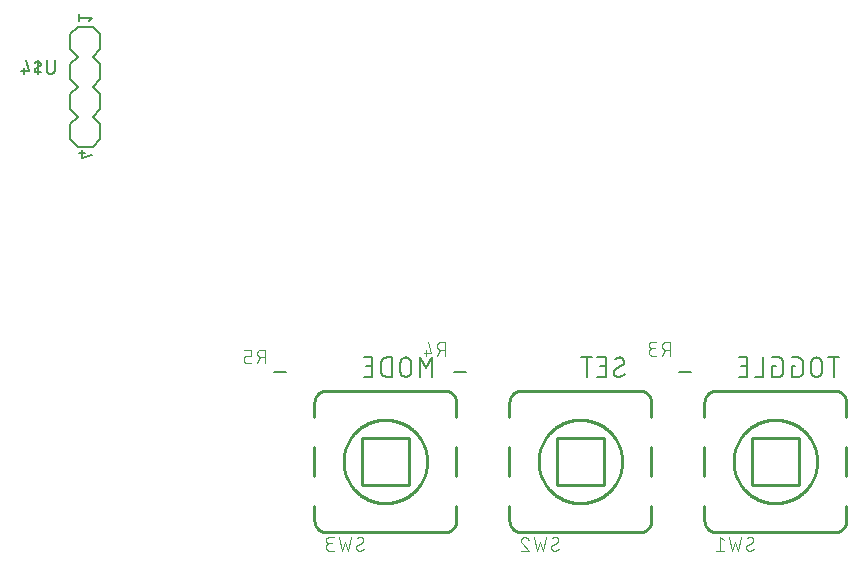
<source format=gbr>
G04 EAGLE Gerber RS-274X export*
G75*
%MOMM*%
%FSLAX34Y34*%
%LPD*%
%INSilkscreen Bottom*%
%IPPOS*%
%AMOC8*
5,1,8,0,0,1.08239X$1,22.5*%
G01*
%ADD10C,0.152400*%
%ADD11C,0.127000*%
%ADD12C,0.101600*%
%ADD13C,0.254000*%


D10*
X599878Y297744D02*
X599880Y297626D01*
X599886Y297508D01*
X599895Y297390D01*
X599909Y297273D01*
X599926Y297156D01*
X599947Y297039D01*
X599972Y296924D01*
X600001Y296809D01*
X600034Y296695D01*
X600070Y296583D01*
X600110Y296472D01*
X600153Y296362D01*
X600200Y296253D01*
X600250Y296146D01*
X600305Y296041D01*
X600362Y295938D01*
X600423Y295837D01*
X600487Y295737D01*
X600554Y295640D01*
X600624Y295545D01*
X600698Y295453D01*
X600774Y295362D01*
X600854Y295275D01*
X600936Y295190D01*
X601021Y295108D01*
X601108Y295028D01*
X601199Y294952D01*
X601291Y294878D01*
X601386Y294808D01*
X601483Y294741D01*
X601583Y294677D01*
X601684Y294616D01*
X601787Y294559D01*
X601892Y294504D01*
X601999Y294454D01*
X602108Y294407D01*
X602218Y294364D01*
X602329Y294324D01*
X602441Y294288D01*
X602555Y294255D01*
X602670Y294226D01*
X602785Y294201D01*
X602902Y294180D01*
X603019Y294163D01*
X603136Y294149D01*
X603254Y294140D01*
X603372Y294134D01*
X603490Y294132D01*
X603673Y294134D01*
X603855Y294141D01*
X604037Y294152D01*
X604219Y294167D01*
X604401Y294187D01*
X604582Y294211D01*
X604762Y294239D01*
X604942Y294271D01*
X605121Y294308D01*
X605298Y294349D01*
X605475Y294395D01*
X605651Y294444D01*
X605826Y294498D01*
X605999Y294556D01*
X606170Y294618D01*
X606341Y294684D01*
X606509Y294755D01*
X606676Y294829D01*
X606841Y294907D01*
X607004Y294989D01*
X607165Y295075D01*
X607324Y295165D01*
X607481Y295259D01*
X607635Y295356D01*
X607787Y295457D01*
X607937Y295562D01*
X608084Y295670D01*
X608228Y295781D01*
X608370Y295896D01*
X608509Y296015D01*
X608645Y296137D01*
X608778Y296262D01*
X608908Y296390D01*
X608456Y306776D02*
X608454Y306894D01*
X608448Y307012D01*
X608439Y307130D01*
X608425Y307247D01*
X608408Y307364D01*
X608387Y307481D01*
X608362Y307596D01*
X608333Y307711D01*
X608300Y307825D01*
X608264Y307937D01*
X608224Y308048D01*
X608181Y308158D01*
X608134Y308267D01*
X608084Y308374D01*
X608029Y308479D01*
X607972Y308582D01*
X607911Y308683D01*
X607847Y308783D01*
X607780Y308880D01*
X607710Y308975D01*
X607636Y309067D01*
X607560Y309158D01*
X607480Y309245D01*
X607398Y309330D01*
X607313Y309412D01*
X607226Y309492D01*
X607135Y309568D01*
X607043Y309642D01*
X606948Y309712D01*
X606851Y309779D01*
X606751Y309843D01*
X606650Y309904D01*
X606547Y309961D01*
X606442Y310016D01*
X606335Y310066D01*
X606226Y310113D01*
X606116Y310156D01*
X606005Y310196D01*
X605893Y310232D01*
X605779Y310265D01*
X605664Y310294D01*
X605549Y310319D01*
X605432Y310340D01*
X605315Y310357D01*
X605198Y310371D01*
X605080Y310380D01*
X604962Y310386D01*
X604844Y310388D01*
X604683Y310386D01*
X604521Y310380D01*
X604360Y310371D01*
X604199Y310357D01*
X604039Y310340D01*
X603879Y310319D01*
X603719Y310294D01*
X603560Y310265D01*
X603402Y310233D01*
X603245Y310197D01*
X603089Y310157D01*
X602933Y310113D01*
X602779Y310065D01*
X602626Y310014D01*
X602474Y309960D01*
X602323Y309901D01*
X602174Y309840D01*
X602027Y309774D01*
X601881Y309705D01*
X601736Y309633D01*
X601594Y309557D01*
X601453Y309478D01*
X601314Y309396D01*
X601178Y309310D01*
X601043Y309221D01*
X600910Y309129D01*
X600780Y309033D01*
X606651Y303615D02*
X606752Y303677D01*
X606852Y303742D01*
X606949Y303811D01*
X607044Y303883D01*
X607137Y303957D01*
X607227Y304035D01*
X607315Y304116D01*
X607400Y304199D01*
X607482Y304285D01*
X607561Y304374D01*
X607638Y304465D01*
X607711Y304559D01*
X607782Y304655D01*
X607849Y304753D01*
X607913Y304853D01*
X607974Y304956D01*
X608031Y305060D01*
X608085Y305166D01*
X608135Y305274D01*
X608182Y305383D01*
X608226Y305494D01*
X608266Y305606D01*
X608302Y305720D01*
X608334Y305834D01*
X608363Y305950D01*
X608388Y306066D01*
X608409Y306183D01*
X608426Y306301D01*
X608440Y306419D01*
X608449Y306538D01*
X608455Y306657D01*
X608457Y306776D01*
X601683Y300905D02*
X601582Y300843D01*
X601482Y300778D01*
X601385Y300709D01*
X601290Y300637D01*
X601197Y300563D01*
X601107Y300485D01*
X601019Y300404D01*
X600934Y300321D01*
X600852Y300235D01*
X600773Y300146D01*
X600696Y300055D01*
X600623Y299961D01*
X600552Y299865D01*
X600485Y299767D01*
X600421Y299667D01*
X600360Y299564D01*
X600303Y299460D01*
X600249Y299354D01*
X600199Y299246D01*
X600152Y299137D01*
X600108Y299026D01*
X600068Y298914D01*
X600032Y298800D01*
X600000Y298686D01*
X599971Y298570D01*
X599946Y298454D01*
X599925Y298337D01*
X599908Y298219D01*
X599894Y298101D01*
X599885Y297982D01*
X599879Y297863D01*
X599877Y297744D01*
X601683Y300905D02*
X606651Y303615D01*
X593247Y294132D02*
X586022Y294132D01*
X593247Y294132D02*
X593247Y310388D01*
X586022Y310388D01*
X587829Y303163D02*
X593247Y303163D01*
X576778Y310388D02*
X576778Y294132D01*
X581293Y310388D02*
X572262Y310388D01*
X785986Y310388D02*
X785986Y294132D01*
X790502Y310388D02*
X781471Y310388D01*
X775913Y305872D02*
X775913Y298648D01*
X775913Y305872D02*
X775911Y306005D01*
X775905Y306137D01*
X775895Y306269D01*
X775882Y306401D01*
X775864Y306533D01*
X775843Y306663D01*
X775818Y306794D01*
X775789Y306923D01*
X775756Y307051D01*
X775720Y307179D01*
X775680Y307305D01*
X775636Y307430D01*
X775588Y307554D01*
X775537Y307676D01*
X775482Y307797D01*
X775424Y307916D01*
X775362Y308034D01*
X775297Y308149D01*
X775228Y308263D01*
X775157Y308374D01*
X775081Y308483D01*
X775003Y308590D01*
X774922Y308695D01*
X774837Y308797D01*
X774750Y308897D01*
X774660Y308994D01*
X774567Y309089D01*
X774471Y309180D01*
X774373Y309269D01*
X774272Y309355D01*
X774168Y309438D01*
X774062Y309518D01*
X773954Y309594D01*
X773844Y309668D01*
X773731Y309738D01*
X773617Y309805D01*
X773500Y309868D01*
X773382Y309928D01*
X773262Y309985D01*
X773140Y310038D01*
X773017Y310087D01*
X772893Y310133D01*
X772767Y310175D01*
X772640Y310213D01*
X772512Y310248D01*
X772383Y310279D01*
X772254Y310306D01*
X772123Y310329D01*
X771992Y310349D01*
X771860Y310364D01*
X771728Y310376D01*
X771596Y310384D01*
X771463Y310388D01*
X771331Y310388D01*
X771198Y310384D01*
X771066Y310376D01*
X770934Y310364D01*
X770802Y310349D01*
X770671Y310329D01*
X770540Y310306D01*
X770411Y310279D01*
X770282Y310248D01*
X770154Y310213D01*
X770027Y310175D01*
X769901Y310133D01*
X769777Y310087D01*
X769654Y310038D01*
X769532Y309985D01*
X769412Y309928D01*
X769294Y309868D01*
X769177Y309805D01*
X769063Y309738D01*
X768950Y309668D01*
X768840Y309594D01*
X768732Y309518D01*
X768626Y309438D01*
X768522Y309355D01*
X768421Y309269D01*
X768323Y309180D01*
X768227Y309089D01*
X768134Y308994D01*
X768044Y308897D01*
X767957Y308797D01*
X767872Y308695D01*
X767791Y308590D01*
X767713Y308483D01*
X767637Y308374D01*
X767566Y308263D01*
X767497Y308149D01*
X767432Y308034D01*
X767370Y307916D01*
X767312Y307797D01*
X767257Y307676D01*
X767206Y307554D01*
X767158Y307430D01*
X767114Y307305D01*
X767074Y307179D01*
X767038Y307051D01*
X767005Y306923D01*
X766976Y306794D01*
X766951Y306663D01*
X766930Y306533D01*
X766912Y306401D01*
X766899Y306269D01*
X766889Y306137D01*
X766883Y306005D01*
X766881Y305872D01*
X766882Y305872D02*
X766882Y298648D01*
X766881Y298648D02*
X766883Y298515D01*
X766889Y298383D01*
X766899Y298251D01*
X766912Y298119D01*
X766930Y297987D01*
X766951Y297857D01*
X766976Y297726D01*
X767005Y297597D01*
X767038Y297469D01*
X767074Y297341D01*
X767114Y297215D01*
X767158Y297090D01*
X767206Y296966D01*
X767257Y296844D01*
X767312Y296723D01*
X767370Y296604D01*
X767432Y296486D01*
X767497Y296371D01*
X767566Y296257D01*
X767637Y296146D01*
X767713Y296037D01*
X767791Y295930D01*
X767872Y295825D01*
X767957Y295723D01*
X768044Y295623D01*
X768134Y295526D01*
X768227Y295431D01*
X768323Y295340D01*
X768421Y295251D01*
X768522Y295165D01*
X768626Y295082D01*
X768732Y295002D01*
X768840Y294926D01*
X768950Y294852D01*
X769063Y294782D01*
X769177Y294715D01*
X769294Y294652D01*
X769412Y294592D01*
X769532Y294535D01*
X769654Y294482D01*
X769777Y294433D01*
X769901Y294387D01*
X770027Y294345D01*
X770154Y294307D01*
X770282Y294272D01*
X770411Y294241D01*
X770540Y294214D01*
X770671Y294191D01*
X770802Y294171D01*
X770934Y294156D01*
X771066Y294144D01*
X771198Y294136D01*
X771331Y294132D01*
X771463Y294132D01*
X771596Y294136D01*
X771728Y294144D01*
X771860Y294156D01*
X771992Y294171D01*
X772123Y294191D01*
X772254Y294214D01*
X772383Y294241D01*
X772512Y294272D01*
X772640Y294307D01*
X772767Y294345D01*
X772893Y294387D01*
X773017Y294433D01*
X773140Y294482D01*
X773262Y294535D01*
X773382Y294592D01*
X773500Y294652D01*
X773617Y294715D01*
X773731Y294782D01*
X773844Y294852D01*
X773954Y294926D01*
X774062Y295002D01*
X774168Y295082D01*
X774272Y295165D01*
X774373Y295251D01*
X774471Y295340D01*
X774567Y295431D01*
X774660Y295526D01*
X774750Y295623D01*
X774837Y295723D01*
X774922Y295825D01*
X775003Y295930D01*
X775081Y296037D01*
X775157Y296146D01*
X775228Y296257D01*
X775297Y296371D01*
X775362Y296486D01*
X775424Y296604D01*
X775482Y296723D01*
X775537Y296844D01*
X775588Y296966D01*
X775636Y297090D01*
X775680Y297215D01*
X775720Y297341D01*
X775756Y297469D01*
X775789Y297597D01*
X775818Y297726D01*
X775843Y297857D01*
X775864Y297987D01*
X775882Y298119D01*
X775895Y298251D01*
X775905Y298383D01*
X775911Y298515D01*
X775913Y298648D01*
X753439Y303163D02*
X750729Y303163D01*
X750729Y294132D01*
X756148Y294132D01*
X756266Y294134D01*
X756384Y294140D01*
X756502Y294149D01*
X756619Y294163D01*
X756736Y294180D01*
X756853Y294201D01*
X756968Y294226D01*
X757083Y294255D01*
X757197Y294288D01*
X757309Y294324D01*
X757420Y294364D01*
X757530Y294407D01*
X757639Y294454D01*
X757746Y294504D01*
X757851Y294559D01*
X757954Y294616D01*
X758055Y294677D01*
X758155Y294741D01*
X758252Y294808D01*
X758347Y294878D01*
X758439Y294952D01*
X758530Y295028D01*
X758617Y295108D01*
X758702Y295190D01*
X758784Y295275D01*
X758864Y295362D01*
X758940Y295453D01*
X759014Y295545D01*
X759084Y295640D01*
X759151Y295737D01*
X759215Y295837D01*
X759276Y295938D01*
X759333Y296041D01*
X759388Y296146D01*
X759438Y296253D01*
X759485Y296362D01*
X759528Y296472D01*
X759568Y296583D01*
X759604Y296695D01*
X759637Y296809D01*
X759666Y296924D01*
X759691Y297039D01*
X759712Y297156D01*
X759729Y297273D01*
X759743Y297390D01*
X759752Y297508D01*
X759758Y297626D01*
X759760Y297744D01*
X759760Y306776D01*
X759758Y306894D01*
X759752Y307012D01*
X759743Y307130D01*
X759729Y307247D01*
X759712Y307364D01*
X759691Y307481D01*
X759666Y307596D01*
X759637Y307711D01*
X759604Y307825D01*
X759568Y307937D01*
X759528Y308048D01*
X759485Y308158D01*
X759438Y308267D01*
X759388Y308374D01*
X759333Y308479D01*
X759276Y308582D01*
X759215Y308683D01*
X759151Y308783D01*
X759084Y308880D01*
X759014Y308975D01*
X758940Y309067D01*
X758864Y309158D01*
X758784Y309245D01*
X758702Y309330D01*
X758617Y309412D01*
X758530Y309492D01*
X758439Y309568D01*
X758347Y309642D01*
X758252Y309712D01*
X758155Y309779D01*
X758055Y309843D01*
X757954Y309904D01*
X757851Y309961D01*
X757746Y310016D01*
X757639Y310066D01*
X757530Y310113D01*
X757420Y310156D01*
X757309Y310196D01*
X757197Y310232D01*
X757083Y310265D01*
X756968Y310294D01*
X756853Y310319D01*
X756736Y310340D01*
X756619Y310357D01*
X756502Y310371D01*
X756384Y310380D01*
X756266Y310386D01*
X756148Y310388D01*
X750729Y310388D01*
X736765Y303163D02*
X734056Y303163D01*
X734056Y294132D01*
X739475Y294132D01*
X739593Y294134D01*
X739711Y294140D01*
X739829Y294149D01*
X739946Y294163D01*
X740063Y294180D01*
X740180Y294201D01*
X740295Y294226D01*
X740410Y294255D01*
X740524Y294288D01*
X740636Y294324D01*
X740747Y294364D01*
X740857Y294407D01*
X740966Y294454D01*
X741073Y294504D01*
X741178Y294559D01*
X741281Y294616D01*
X741382Y294677D01*
X741482Y294741D01*
X741579Y294808D01*
X741674Y294878D01*
X741766Y294952D01*
X741857Y295028D01*
X741944Y295108D01*
X742029Y295190D01*
X742111Y295275D01*
X742191Y295362D01*
X742267Y295453D01*
X742341Y295545D01*
X742411Y295640D01*
X742478Y295737D01*
X742542Y295837D01*
X742603Y295938D01*
X742660Y296041D01*
X742715Y296146D01*
X742765Y296253D01*
X742812Y296362D01*
X742855Y296472D01*
X742895Y296583D01*
X742931Y296695D01*
X742964Y296809D01*
X742993Y296924D01*
X743018Y297039D01*
X743039Y297156D01*
X743056Y297273D01*
X743070Y297390D01*
X743079Y297508D01*
X743085Y297626D01*
X743087Y297744D01*
X743087Y306776D01*
X743085Y306894D01*
X743079Y307012D01*
X743070Y307130D01*
X743056Y307247D01*
X743039Y307364D01*
X743018Y307481D01*
X742993Y307596D01*
X742964Y307711D01*
X742931Y307825D01*
X742895Y307937D01*
X742855Y308048D01*
X742812Y308158D01*
X742765Y308267D01*
X742715Y308374D01*
X742660Y308479D01*
X742603Y308582D01*
X742542Y308683D01*
X742478Y308783D01*
X742411Y308880D01*
X742341Y308975D01*
X742267Y309067D01*
X742191Y309158D01*
X742111Y309245D01*
X742029Y309330D01*
X741944Y309412D01*
X741857Y309492D01*
X741766Y309568D01*
X741674Y309642D01*
X741579Y309712D01*
X741482Y309779D01*
X741382Y309843D01*
X741281Y309904D01*
X741178Y309961D01*
X741073Y310016D01*
X740966Y310066D01*
X740857Y310113D01*
X740747Y310156D01*
X740636Y310196D01*
X740524Y310232D01*
X740410Y310265D01*
X740295Y310294D01*
X740180Y310319D01*
X740063Y310340D01*
X739946Y310357D01*
X739829Y310371D01*
X739711Y310380D01*
X739593Y310386D01*
X739475Y310388D01*
X734056Y310388D01*
X726384Y310388D02*
X726384Y294132D01*
X719159Y294132D01*
X712837Y294132D02*
X705612Y294132D01*
X712837Y294132D02*
X712837Y310388D01*
X705612Y310388D01*
X707418Y303163D02*
X712837Y303163D01*
X446290Y310388D02*
X446290Y294132D01*
X440871Y301357D02*
X446290Y310388D01*
X440871Y301357D02*
X435452Y310388D01*
X435452Y294132D01*
X428192Y298648D02*
X428192Y305872D01*
X428193Y305872D02*
X428191Y306005D01*
X428185Y306137D01*
X428175Y306269D01*
X428162Y306401D01*
X428144Y306533D01*
X428123Y306663D01*
X428098Y306794D01*
X428069Y306923D01*
X428036Y307051D01*
X428000Y307179D01*
X427960Y307305D01*
X427916Y307430D01*
X427868Y307554D01*
X427817Y307676D01*
X427762Y307797D01*
X427704Y307916D01*
X427642Y308034D01*
X427577Y308149D01*
X427508Y308263D01*
X427437Y308374D01*
X427361Y308483D01*
X427283Y308590D01*
X427202Y308695D01*
X427117Y308797D01*
X427030Y308897D01*
X426940Y308994D01*
X426847Y309089D01*
X426751Y309180D01*
X426653Y309269D01*
X426552Y309355D01*
X426448Y309438D01*
X426342Y309518D01*
X426234Y309594D01*
X426124Y309668D01*
X426011Y309738D01*
X425897Y309805D01*
X425780Y309868D01*
X425662Y309928D01*
X425542Y309985D01*
X425420Y310038D01*
X425297Y310087D01*
X425173Y310133D01*
X425047Y310175D01*
X424920Y310213D01*
X424792Y310248D01*
X424663Y310279D01*
X424534Y310306D01*
X424403Y310329D01*
X424272Y310349D01*
X424140Y310364D01*
X424008Y310376D01*
X423876Y310384D01*
X423743Y310388D01*
X423611Y310388D01*
X423478Y310384D01*
X423346Y310376D01*
X423214Y310364D01*
X423082Y310349D01*
X422951Y310329D01*
X422820Y310306D01*
X422691Y310279D01*
X422562Y310248D01*
X422434Y310213D01*
X422307Y310175D01*
X422181Y310133D01*
X422057Y310087D01*
X421934Y310038D01*
X421812Y309985D01*
X421692Y309928D01*
X421574Y309868D01*
X421457Y309805D01*
X421343Y309738D01*
X421230Y309668D01*
X421120Y309594D01*
X421012Y309518D01*
X420906Y309438D01*
X420802Y309355D01*
X420701Y309269D01*
X420603Y309180D01*
X420507Y309089D01*
X420414Y308994D01*
X420324Y308897D01*
X420237Y308797D01*
X420152Y308695D01*
X420071Y308590D01*
X419993Y308483D01*
X419917Y308374D01*
X419846Y308263D01*
X419777Y308149D01*
X419712Y308034D01*
X419650Y307916D01*
X419592Y307797D01*
X419537Y307676D01*
X419486Y307554D01*
X419438Y307430D01*
X419394Y307305D01*
X419354Y307179D01*
X419318Y307051D01*
X419285Y306923D01*
X419256Y306794D01*
X419231Y306663D01*
X419210Y306533D01*
X419192Y306401D01*
X419179Y306269D01*
X419169Y306137D01*
X419163Y306005D01*
X419161Y305872D01*
X419161Y298648D01*
X419163Y298515D01*
X419169Y298383D01*
X419179Y298251D01*
X419192Y298119D01*
X419210Y297987D01*
X419231Y297857D01*
X419256Y297726D01*
X419285Y297597D01*
X419318Y297469D01*
X419354Y297341D01*
X419394Y297215D01*
X419438Y297090D01*
X419486Y296966D01*
X419537Y296844D01*
X419592Y296723D01*
X419650Y296604D01*
X419712Y296486D01*
X419777Y296371D01*
X419846Y296257D01*
X419917Y296146D01*
X419993Y296037D01*
X420071Y295930D01*
X420152Y295825D01*
X420237Y295723D01*
X420324Y295623D01*
X420414Y295526D01*
X420507Y295431D01*
X420603Y295340D01*
X420701Y295251D01*
X420802Y295165D01*
X420906Y295082D01*
X421012Y295002D01*
X421120Y294926D01*
X421230Y294852D01*
X421343Y294782D01*
X421457Y294715D01*
X421574Y294652D01*
X421692Y294592D01*
X421812Y294535D01*
X421934Y294482D01*
X422057Y294433D01*
X422181Y294387D01*
X422307Y294345D01*
X422434Y294307D01*
X422562Y294272D01*
X422691Y294241D01*
X422820Y294214D01*
X422951Y294191D01*
X423082Y294171D01*
X423214Y294156D01*
X423346Y294144D01*
X423478Y294136D01*
X423611Y294132D01*
X423743Y294132D01*
X423876Y294136D01*
X424008Y294144D01*
X424140Y294156D01*
X424272Y294171D01*
X424403Y294191D01*
X424534Y294214D01*
X424663Y294241D01*
X424792Y294272D01*
X424920Y294307D01*
X425047Y294345D01*
X425173Y294387D01*
X425297Y294433D01*
X425420Y294482D01*
X425542Y294535D01*
X425662Y294592D01*
X425780Y294652D01*
X425897Y294715D01*
X426011Y294782D01*
X426124Y294852D01*
X426234Y294926D01*
X426342Y295002D01*
X426448Y295082D01*
X426552Y295165D01*
X426653Y295251D01*
X426751Y295340D01*
X426847Y295431D01*
X426940Y295526D01*
X427030Y295623D01*
X427117Y295723D01*
X427202Y295825D01*
X427283Y295930D01*
X427361Y296037D01*
X427437Y296146D01*
X427508Y296257D01*
X427577Y296371D01*
X427642Y296486D01*
X427704Y296604D01*
X427762Y296723D01*
X427817Y296844D01*
X427868Y296966D01*
X427916Y297090D01*
X427960Y297215D01*
X428000Y297341D01*
X428036Y297469D01*
X428069Y297597D01*
X428098Y297726D01*
X428123Y297857D01*
X428144Y297987D01*
X428162Y298119D01*
X428175Y298251D01*
X428185Y298383D01*
X428191Y298515D01*
X428193Y298648D01*
X412040Y294132D02*
X412040Y310388D01*
X407524Y310388D01*
X407393Y310386D01*
X407261Y310380D01*
X407130Y310371D01*
X407000Y310357D01*
X406869Y310340D01*
X406740Y310319D01*
X406611Y310295D01*
X406483Y310266D01*
X406355Y310234D01*
X406229Y310198D01*
X406104Y310159D01*
X405979Y310116D01*
X405857Y310069D01*
X405735Y310019D01*
X405615Y309965D01*
X405497Y309908D01*
X405381Y309847D01*
X405266Y309783D01*
X405153Y309716D01*
X405042Y309645D01*
X404934Y309571D01*
X404827Y309494D01*
X404723Y309414D01*
X404621Y309331D01*
X404522Y309246D01*
X404425Y309157D01*
X404331Y309065D01*
X404239Y308971D01*
X404150Y308874D01*
X404065Y308775D01*
X403982Y308673D01*
X403902Y308569D01*
X403825Y308462D01*
X403751Y308354D01*
X403680Y308243D01*
X403613Y308130D01*
X403549Y308015D01*
X403488Y307899D01*
X403431Y307781D01*
X403377Y307661D01*
X403327Y307539D01*
X403280Y307417D01*
X403237Y307292D01*
X403198Y307167D01*
X403162Y307041D01*
X403130Y306913D01*
X403101Y306785D01*
X403077Y306656D01*
X403056Y306527D01*
X403039Y306396D01*
X403025Y306266D01*
X403016Y306135D01*
X403010Y306003D01*
X403008Y305872D01*
X403009Y305872D02*
X403009Y298648D01*
X403008Y298648D02*
X403010Y298517D01*
X403016Y298385D01*
X403025Y298254D01*
X403039Y298124D01*
X403056Y297993D01*
X403077Y297864D01*
X403101Y297735D01*
X403130Y297607D01*
X403162Y297479D01*
X403198Y297353D01*
X403237Y297228D01*
X403280Y297103D01*
X403327Y296981D01*
X403377Y296859D01*
X403431Y296739D01*
X403488Y296621D01*
X403549Y296505D01*
X403613Y296390D01*
X403680Y296277D01*
X403751Y296166D01*
X403825Y296058D01*
X403902Y295951D01*
X403982Y295847D01*
X404065Y295745D01*
X404150Y295646D01*
X404239Y295549D01*
X404331Y295455D01*
X404425Y295363D01*
X404522Y295274D01*
X404621Y295189D01*
X404723Y295106D01*
X404827Y295026D01*
X404934Y294949D01*
X405042Y294875D01*
X405153Y294804D01*
X405266Y294737D01*
X405381Y294673D01*
X405497Y294612D01*
X405615Y294555D01*
X405735Y294501D01*
X405857Y294451D01*
X405979Y294404D01*
X406104Y294361D01*
X406229Y294322D01*
X406355Y294286D01*
X406483Y294254D01*
X406611Y294225D01*
X406740Y294201D01*
X406869Y294180D01*
X407000Y294163D01*
X407130Y294149D01*
X407261Y294140D01*
X407393Y294134D01*
X407524Y294132D01*
X412040Y294132D01*
X395337Y294132D02*
X388112Y294132D01*
X395337Y294132D02*
X395337Y310388D01*
X388112Y310388D01*
X389918Y303163D02*
X395337Y303163D01*
D11*
X655320Y298450D02*
X665480Y298450D01*
D12*
X647192Y311658D02*
X647192Y323342D01*
X643946Y323342D01*
X643833Y323340D01*
X643720Y323334D01*
X643607Y323324D01*
X643494Y323310D01*
X643382Y323293D01*
X643271Y323271D01*
X643161Y323246D01*
X643051Y323216D01*
X642943Y323183D01*
X642836Y323146D01*
X642730Y323106D01*
X642626Y323061D01*
X642523Y323013D01*
X642422Y322962D01*
X642323Y322907D01*
X642226Y322849D01*
X642131Y322787D01*
X642038Y322722D01*
X641948Y322654D01*
X641860Y322583D01*
X641774Y322508D01*
X641691Y322431D01*
X641611Y322351D01*
X641534Y322268D01*
X641459Y322182D01*
X641388Y322094D01*
X641320Y322004D01*
X641255Y321911D01*
X641193Y321816D01*
X641135Y321719D01*
X641080Y321620D01*
X641029Y321519D01*
X640981Y321416D01*
X640936Y321312D01*
X640896Y321206D01*
X640859Y321099D01*
X640826Y320991D01*
X640796Y320881D01*
X640771Y320771D01*
X640749Y320660D01*
X640732Y320548D01*
X640718Y320435D01*
X640708Y320322D01*
X640702Y320209D01*
X640700Y320096D01*
X640702Y319983D01*
X640708Y319870D01*
X640718Y319757D01*
X640732Y319644D01*
X640749Y319532D01*
X640771Y319421D01*
X640796Y319311D01*
X640826Y319201D01*
X640859Y319093D01*
X640896Y318986D01*
X640936Y318880D01*
X640981Y318776D01*
X641029Y318673D01*
X641080Y318572D01*
X641135Y318473D01*
X641193Y318376D01*
X641255Y318281D01*
X641320Y318188D01*
X641388Y318098D01*
X641459Y318010D01*
X641534Y317924D01*
X641611Y317841D01*
X641691Y317761D01*
X641774Y317684D01*
X641860Y317609D01*
X641948Y317538D01*
X642038Y317470D01*
X642131Y317405D01*
X642226Y317343D01*
X642323Y317285D01*
X642422Y317230D01*
X642523Y317179D01*
X642626Y317131D01*
X642730Y317086D01*
X642836Y317046D01*
X642943Y317009D01*
X643051Y316976D01*
X643161Y316946D01*
X643271Y316921D01*
X643382Y316899D01*
X643494Y316882D01*
X643607Y316868D01*
X643720Y316858D01*
X643833Y316852D01*
X643946Y316850D01*
X643946Y316851D02*
X647192Y316851D01*
X643297Y316851D02*
X640701Y311658D01*
X635836Y311658D02*
X632590Y311658D01*
X632477Y311660D01*
X632364Y311666D01*
X632251Y311676D01*
X632138Y311690D01*
X632026Y311707D01*
X631915Y311729D01*
X631805Y311754D01*
X631695Y311784D01*
X631587Y311817D01*
X631480Y311854D01*
X631374Y311894D01*
X631270Y311939D01*
X631167Y311987D01*
X631066Y312038D01*
X630967Y312093D01*
X630870Y312151D01*
X630775Y312213D01*
X630682Y312278D01*
X630592Y312346D01*
X630504Y312417D01*
X630418Y312492D01*
X630335Y312569D01*
X630255Y312649D01*
X630178Y312732D01*
X630103Y312818D01*
X630032Y312906D01*
X629964Y312996D01*
X629899Y313089D01*
X629837Y313184D01*
X629779Y313281D01*
X629724Y313380D01*
X629673Y313481D01*
X629625Y313584D01*
X629580Y313688D01*
X629540Y313794D01*
X629503Y313901D01*
X629470Y314009D01*
X629440Y314119D01*
X629415Y314229D01*
X629393Y314340D01*
X629376Y314452D01*
X629362Y314565D01*
X629352Y314678D01*
X629346Y314791D01*
X629344Y314904D01*
X629346Y315017D01*
X629352Y315130D01*
X629362Y315243D01*
X629376Y315356D01*
X629393Y315468D01*
X629415Y315579D01*
X629440Y315689D01*
X629470Y315799D01*
X629503Y315907D01*
X629540Y316014D01*
X629580Y316120D01*
X629625Y316224D01*
X629673Y316327D01*
X629724Y316428D01*
X629779Y316527D01*
X629837Y316624D01*
X629899Y316719D01*
X629964Y316812D01*
X630032Y316902D01*
X630103Y316990D01*
X630178Y317076D01*
X630255Y317159D01*
X630335Y317239D01*
X630418Y317316D01*
X630504Y317391D01*
X630592Y317462D01*
X630682Y317530D01*
X630775Y317595D01*
X630870Y317657D01*
X630967Y317715D01*
X631066Y317770D01*
X631167Y317821D01*
X631270Y317869D01*
X631374Y317914D01*
X631480Y317954D01*
X631587Y317991D01*
X631695Y318024D01*
X631805Y318054D01*
X631915Y318079D01*
X632026Y318101D01*
X632138Y318118D01*
X632251Y318132D01*
X632364Y318142D01*
X632477Y318148D01*
X632590Y318150D01*
X631941Y323342D02*
X635836Y323342D01*
X631941Y323342D02*
X631840Y323340D01*
X631740Y323334D01*
X631640Y323324D01*
X631540Y323311D01*
X631441Y323293D01*
X631342Y323272D01*
X631245Y323247D01*
X631148Y323218D01*
X631053Y323185D01*
X630959Y323149D01*
X630867Y323109D01*
X630776Y323066D01*
X630687Y323019D01*
X630600Y322969D01*
X630514Y322915D01*
X630431Y322858D01*
X630351Y322798D01*
X630272Y322735D01*
X630196Y322668D01*
X630123Y322599D01*
X630053Y322527D01*
X629985Y322453D01*
X629920Y322376D01*
X629859Y322296D01*
X629800Y322214D01*
X629745Y322130D01*
X629693Y322044D01*
X629644Y321956D01*
X629599Y321866D01*
X629557Y321774D01*
X629519Y321681D01*
X629485Y321586D01*
X629454Y321491D01*
X629427Y321394D01*
X629404Y321296D01*
X629384Y321197D01*
X629369Y321097D01*
X629357Y320997D01*
X629349Y320897D01*
X629345Y320796D01*
X629345Y320696D01*
X629349Y320595D01*
X629357Y320495D01*
X629369Y320395D01*
X629384Y320295D01*
X629404Y320196D01*
X629427Y320098D01*
X629454Y320001D01*
X629485Y319906D01*
X629519Y319811D01*
X629557Y319718D01*
X629599Y319626D01*
X629644Y319536D01*
X629693Y319448D01*
X629745Y319362D01*
X629800Y319278D01*
X629859Y319196D01*
X629920Y319116D01*
X629985Y319039D01*
X630053Y318965D01*
X630123Y318893D01*
X630196Y318824D01*
X630272Y318757D01*
X630351Y318694D01*
X630431Y318634D01*
X630514Y318577D01*
X630600Y318523D01*
X630687Y318473D01*
X630776Y318426D01*
X630867Y318383D01*
X630959Y318343D01*
X631053Y318307D01*
X631148Y318274D01*
X631245Y318245D01*
X631342Y318220D01*
X631441Y318199D01*
X631540Y318181D01*
X631640Y318168D01*
X631740Y318158D01*
X631840Y318152D01*
X631941Y318150D01*
X631941Y318149D02*
X634537Y318149D01*
D11*
X474980Y298450D02*
X464820Y298450D01*
D12*
X456692Y311658D02*
X456692Y323342D01*
X453446Y323342D01*
X453333Y323340D01*
X453220Y323334D01*
X453107Y323324D01*
X452994Y323310D01*
X452882Y323293D01*
X452771Y323271D01*
X452661Y323246D01*
X452551Y323216D01*
X452443Y323183D01*
X452336Y323146D01*
X452230Y323106D01*
X452126Y323061D01*
X452023Y323013D01*
X451922Y322962D01*
X451823Y322907D01*
X451726Y322849D01*
X451631Y322787D01*
X451538Y322722D01*
X451448Y322654D01*
X451360Y322583D01*
X451274Y322508D01*
X451191Y322431D01*
X451111Y322351D01*
X451034Y322268D01*
X450959Y322182D01*
X450888Y322094D01*
X450820Y322004D01*
X450755Y321911D01*
X450693Y321816D01*
X450635Y321719D01*
X450580Y321620D01*
X450529Y321519D01*
X450481Y321416D01*
X450436Y321312D01*
X450396Y321206D01*
X450359Y321099D01*
X450326Y320991D01*
X450296Y320881D01*
X450271Y320771D01*
X450249Y320660D01*
X450232Y320548D01*
X450218Y320435D01*
X450208Y320322D01*
X450202Y320209D01*
X450200Y320096D01*
X450202Y319983D01*
X450208Y319870D01*
X450218Y319757D01*
X450232Y319644D01*
X450249Y319532D01*
X450271Y319421D01*
X450296Y319311D01*
X450326Y319201D01*
X450359Y319093D01*
X450396Y318986D01*
X450436Y318880D01*
X450481Y318776D01*
X450529Y318673D01*
X450580Y318572D01*
X450635Y318473D01*
X450693Y318376D01*
X450755Y318281D01*
X450820Y318188D01*
X450888Y318098D01*
X450959Y318010D01*
X451034Y317924D01*
X451111Y317841D01*
X451191Y317761D01*
X451274Y317684D01*
X451360Y317609D01*
X451448Y317538D01*
X451538Y317470D01*
X451631Y317405D01*
X451726Y317343D01*
X451823Y317285D01*
X451922Y317230D01*
X452023Y317179D01*
X452126Y317131D01*
X452230Y317086D01*
X452336Y317046D01*
X452443Y317009D01*
X452551Y316976D01*
X452661Y316946D01*
X452771Y316921D01*
X452882Y316899D01*
X452994Y316882D01*
X453107Y316868D01*
X453220Y316858D01*
X453333Y316852D01*
X453446Y316850D01*
X453446Y316851D02*
X456692Y316851D01*
X452797Y316851D02*
X450201Y311658D01*
X445336Y314254D02*
X442739Y323342D01*
X445336Y314254D02*
X438845Y314254D01*
X440792Y316851D02*
X440792Y311658D01*
D11*
X322580Y298450D02*
X312420Y298450D01*
D12*
X304292Y305308D02*
X304292Y316992D01*
X301046Y316992D01*
X300933Y316990D01*
X300820Y316984D01*
X300707Y316974D01*
X300594Y316960D01*
X300482Y316943D01*
X300371Y316921D01*
X300261Y316896D01*
X300151Y316866D01*
X300043Y316833D01*
X299936Y316796D01*
X299830Y316756D01*
X299726Y316711D01*
X299623Y316663D01*
X299522Y316612D01*
X299423Y316557D01*
X299326Y316499D01*
X299231Y316437D01*
X299138Y316372D01*
X299048Y316304D01*
X298960Y316233D01*
X298874Y316158D01*
X298791Y316081D01*
X298711Y316001D01*
X298634Y315918D01*
X298559Y315832D01*
X298488Y315744D01*
X298420Y315654D01*
X298355Y315561D01*
X298293Y315466D01*
X298235Y315369D01*
X298180Y315270D01*
X298129Y315169D01*
X298081Y315066D01*
X298036Y314962D01*
X297996Y314856D01*
X297959Y314749D01*
X297926Y314641D01*
X297896Y314531D01*
X297871Y314421D01*
X297849Y314310D01*
X297832Y314198D01*
X297818Y314085D01*
X297808Y313972D01*
X297802Y313859D01*
X297800Y313746D01*
X297802Y313633D01*
X297808Y313520D01*
X297818Y313407D01*
X297832Y313294D01*
X297849Y313182D01*
X297871Y313071D01*
X297896Y312961D01*
X297926Y312851D01*
X297959Y312743D01*
X297996Y312636D01*
X298036Y312530D01*
X298081Y312426D01*
X298129Y312323D01*
X298180Y312222D01*
X298235Y312123D01*
X298293Y312026D01*
X298355Y311931D01*
X298420Y311838D01*
X298488Y311748D01*
X298559Y311660D01*
X298634Y311574D01*
X298711Y311491D01*
X298791Y311411D01*
X298874Y311334D01*
X298960Y311259D01*
X299048Y311188D01*
X299138Y311120D01*
X299231Y311055D01*
X299326Y310993D01*
X299423Y310935D01*
X299522Y310880D01*
X299623Y310829D01*
X299726Y310781D01*
X299830Y310736D01*
X299936Y310696D01*
X300043Y310659D01*
X300151Y310626D01*
X300261Y310596D01*
X300371Y310571D01*
X300482Y310549D01*
X300594Y310532D01*
X300707Y310518D01*
X300820Y310508D01*
X300933Y310502D01*
X301046Y310500D01*
X301046Y310501D02*
X304292Y310501D01*
X300397Y310501D02*
X297801Y305308D01*
X292936Y305308D02*
X289041Y305308D01*
X288942Y305310D01*
X288842Y305316D01*
X288743Y305325D01*
X288645Y305338D01*
X288547Y305355D01*
X288449Y305376D01*
X288353Y305401D01*
X288258Y305429D01*
X288164Y305461D01*
X288071Y305496D01*
X287979Y305535D01*
X287889Y305578D01*
X287801Y305623D01*
X287714Y305673D01*
X287630Y305725D01*
X287547Y305781D01*
X287467Y305839D01*
X287389Y305901D01*
X287314Y305966D01*
X287241Y306034D01*
X287171Y306104D01*
X287103Y306177D01*
X287038Y306252D01*
X286976Y306330D01*
X286918Y306410D01*
X286862Y306493D01*
X286810Y306577D01*
X286760Y306664D01*
X286715Y306752D01*
X286672Y306842D01*
X286633Y306934D01*
X286598Y307027D01*
X286566Y307121D01*
X286538Y307216D01*
X286513Y307312D01*
X286492Y307410D01*
X286475Y307508D01*
X286462Y307606D01*
X286453Y307705D01*
X286447Y307805D01*
X286445Y307904D01*
X286445Y309203D01*
X286447Y309302D01*
X286453Y309402D01*
X286462Y309501D01*
X286475Y309599D01*
X286492Y309697D01*
X286513Y309795D01*
X286538Y309891D01*
X286566Y309986D01*
X286598Y310080D01*
X286633Y310173D01*
X286672Y310265D01*
X286715Y310355D01*
X286760Y310443D01*
X286810Y310530D01*
X286862Y310614D01*
X286918Y310697D01*
X286976Y310777D01*
X287038Y310855D01*
X287103Y310930D01*
X287171Y311003D01*
X287241Y311073D01*
X287314Y311141D01*
X287389Y311206D01*
X287467Y311268D01*
X287547Y311326D01*
X287630Y311382D01*
X287714Y311434D01*
X287801Y311484D01*
X287889Y311529D01*
X287979Y311572D01*
X288071Y311611D01*
X288164Y311646D01*
X288258Y311678D01*
X288353Y311706D01*
X288449Y311731D01*
X288547Y311752D01*
X288645Y311769D01*
X288743Y311782D01*
X288842Y311791D01*
X288942Y311797D01*
X289041Y311799D01*
X292936Y311799D01*
X292936Y316992D01*
X286445Y316992D01*
D13*
X786600Y282250D02*
X786842Y282247D01*
X787083Y282238D01*
X787324Y282224D01*
X787565Y282203D01*
X787805Y282177D01*
X788045Y282145D01*
X788284Y282107D01*
X788521Y282064D01*
X788758Y282014D01*
X788993Y281959D01*
X789227Y281899D01*
X789459Y281832D01*
X789690Y281761D01*
X789919Y281683D01*
X790146Y281600D01*
X790371Y281512D01*
X790594Y281418D01*
X790814Y281319D01*
X791032Y281214D01*
X791247Y281105D01*
X791460Y280990D01*
X791670Y280870D01*
X791876Y280745D01*
X792080Y280615D01*
X792281Y280480D01*
X792478Y280340D01*
X792672Y280196D01*
X792862Y280047D01*
X793048Y279893D01*
X793231Y279735D01*
X793410Y279573D01*
X793585Y279406D01*
X793756Y279235D01*
X793923Y279060D01*
X794085Y278881D01*
X794243Y278698D01*
X794397Y278512D01*
X794546Y278322D01*
X794690Y278128D01*
X794830Y277931D01*
X794965Y277730D01*
X795095Y277526D01*
X795220Y277320D01*
X795340Y277110D01*
X795455Y276897D01*
X795564Y276682D01*
X795669Y276464D01*
X795768Y276244D01*
X795862Y276021D01*
X795950Y275796D01*
X796033Y275569D01*
X796111Y275340D01*
X796182Y275109D01*
X796249Y274877D01*
X796309Y274643D01*
X796364Y274408D01*
X796414Y274171D01*
X796457Y273934D01*
X796495Y273695D01*
X796527Y273455D01*
X796553Y273215D01*
X796574Y272974D01*
X796588Y272733D01*
X796597Y272492D01*
X796600Y272250D01*
X786600Y282250D02*
X686600Y282250D01*
X686358Y282247D01*
X686117Y282238D01*
X685876Y282224D01*
X685635Y282203D01*
X685395Y282177D01*
X685155Y282145D01*
X684916Y282107D01*
X684679Y282064D01*
X684442Y282014D01*
X684207Y281959D01*
X683973Y281899D01*
X683741Y281832D01*
X683510Y281761D01*
X683281Y281683D01*
X683054Y281600D01*
X682829Y281512D01*
X682606Y281418D01*
X682386Y281319D01*
X682168Y281214D01*
X681953Y281105D01*
X681740Y280990D01*
X681530Y280870D01*
X681324Y280745D01*
X681120Y280615D01*
X680919Y280480D01*
X680722Y280340D01*
X680528Y280196D01*
X680338Y280047D01*
X680152Y279893D01*
X679969Y279735D01*
X679790Y279573D01*
X679615Y279406D01*
X679444Y279235D01*
X679277Y279060D01*
X679115Y278881D01*
X678957Y278698D01*
X678803Y278512D01*
X678654Y278322D01*
X678510Y278128D01*
X678370Y277931D01*
X678235Y277730D01*
X678105Y277526D01*
X677980Y277320D01*
X677860Y277110D01*
X677745Y276897D01*
X677636Y276682D01*
X677531Y276464D01*
X677432Y276244D01*
X677338Y276021D01*
X677250Y275796D01*
X677167Y275569D01*
X677089Y275340D01*
X677018Y275109D01*
X676951Y274877D01*
X676891Y274643D01*
X676836Y274408D01*
X676786Y274171D01*
X676743Y273934D01*
X676705Y273695D01*
X676673Y273455D01*
X676647Y273215D01*
X676626Y272974D01*
X676612Y272733D01*
X676603Y272492D01*
X676600Y272250D01*
X676600Y172250D02*
X676603Y172008D01*
X676612Y171767D01*
X676626Y171526D01*
X676647Y171285D01*
X676673Y171045D01*
X676705Y170805D01*
X676743Y170566D01*
X676786Y170329D01*
X676836Y170092D01*
X676891Y169857D01*
X676951Y169623D01*
X677018Y169391D01*
X677089Y169160D01*
X677167Y168931D01*
X677250Y168704D01*
X677338Y168479D01*
X677432Y168256D01*
X677531Y168036D01*
X677636Y167818D01*
X677745Y167603D01*
X677860Y167390D01*
X677980Y167180D01*
X678105Y166974D01*
X678235Y166770D01*
X678370Y166569D01*
X678510Y166372D01*
X678654Y166178D01*
X678803Y165988D01*
X678957Y165802D01*
X679115Y165619D01*
X679277Y165440D01*
X679444Y165265D01*
X679615Y165094D01*
X679790Y164927D01*
X679969Y164765D01*
X680152Y164607D01*
X680338Y164453D01*
X680528Y164304D01*
X680722Y164160D01*
X680919Y164020D01*
X681120Y163885D01*
X681324Y163755D01*
X681530Y163630D01*
X681740Y163510D01*
X681953Y163395D01*
X682168Y163286D01*
X682386Y163181D01*
X682606Y163082D01*
X682829Y162988D01*
X683054Y162900D01*
X683281Y162817D01*
X683510Y162739D01*
X683741Y162668D01*
X683973Y162601D01*
X684207Y162541D01*
X684442Y162486D01*
X684679Y162436D01*
X684916Y162393D01*
X685155Y162355D01*
X685395Y162323D01*
X685635Y162297D01*
X685876Y162276D01*
X686117Y162262D01*
X686358Y162253D01*
X686600Y162250D01*
X786600Y162250D01*
X786842Y162253D01*
X787083Y162262D01*
X787324Y162276D01*
X787565Y162297D01*
X787805Y162323D01*
X788045Y162355D01*
X788284Y162393D01*
X788521Y162436D01*
X788758Y162486D01*
X788993Y162541D01*
X789227Y162601D01*
X789459Y162668D01*
X789690Y162739D01*
X789919Y162817D01*
X790146Y162900D01*
X790371Y162988D01*
X790594Y163082D01*
X790814Y163181D01*
X791032Y163286D01*
X791247Y163395D01*
X791460Y163510D01*
X791670Y163630D01*
X791876Y163755D01*
X792080Y163885D01*
X792281Y164020D01*
X792478Y164160D01*
X792672Y164304D01*
X792862Y164453D01*
X793048Y164607D01*
X793231Y164765D01*
X793410Y164927D01*
X793585Y165094D01*
X793756Y165265D01*
X793923Y165440D01*
X794085Y165619D01*
X794243Y165802D01*
X794397Y165988D01*
X794546Y166178D01*
X794690Y166372D01*
X794830Y166569D01*
X794965Y166770D01*
X795095Y166974D01*
X795220Y167180D01*
X795340Y167390D01*
X795455Y167603D01*
X795564Y167818D01*
X795669Y168036D01*
X795768Y168256D01*
X795862Y168479D01*
X795950Y168704D01*
X796033Y168931D01*
X796111Y169160D01*
X796182Y169391D01*
X796249Y169623D01*
X796309Y169857D01*
X796364Y170092D01*
X796414Y170329D01*
X796457Y170566D01*
X796495Y170805D01*
X796527Y171045D01*
X796553Y171285D01*
X796574Y171526D01*
X796588Y171767D01*
X796597Y172008D01*
X796600Y172250D01*
X701245Y222250D02*
X701256Y223118D01*
X701288Y223985D01*
X701341Y224851D01*
X701415Y225715D01*
X701511Y226578D01*
X701628Y227438D01*
X701766Y228294D01*
X701924Y229147D01*
X702104Y229996D01*
X702305Y230841D01*
X702526Y231680D01*
X702767Y232513D01*
X703029Y233340D01*
X703312Y234161D01*
X703614Y234974D01*
X703936Y235780D01*
X704278Y236577D01*
X704639Y237366D01*
X705020Y238146D01*
X705420Y238916D01*
X705838Y239676D01*
X706275Y240426D01*
X706730Y241165D01*
X707203Y241892D01*
X707694Y242608D01*
X708203Y243311D01*
X708728Y244002D01*
X709270Y244679D01*
X709829Y245343D01*
X710404Y245993D01*
X710994Y246629D01*
X711600Y247250D01*
X712221Y247856D01*
X712857Y248446D01*
X713507Y249021D01*
X714171Y249580D01*
X714848Y250122D01*
X715539Y250647D01*
X716242Y251156D01*
X716958Y251647D01*
X717685Y252120D01*
X718424Y252575D01*
X719174Y253012D01*
X719934Y253430D01*
X720704Y253830D01*
X721484Y254211D01*
X722273Y254572D01*
X723070Y254914D01*
X723876Y255236D01*
X724689Y255538D01*
X725510Y255821D01*
X726337Y256083D01*
X727170Y256324D01*
X728009Y256545D01*
X728854Y256746D01*
X729703Y256926D01*
X730556Y257084D01*
X731412Y257222D01*
X732272Y257339D01*
X733135Y257435D01*
X733999Y257509D01*
X734865Y257562D01*
X735732Y257594D01*
X736600Y257605D01*
X737468Y257594D01*
X738335Y257562D01*
X739201Y257509D01*
X740065Y257435D01*
X740928Y257339D01*
X741788Y257222D01*
X742644Y257084D01*
X743497Y256926D01*
X744346Y256746D01*
X745191Y256545D01*
X746030Y256324D01*
X746863Y256083D01*
X747690Y255821D01*
X748511Y255538D01*
X749324Y255236D01*
X750130Y254914D01*
X750927Y254572D01*
X751716Y254211D01*
X752496Y253830D01*
X753266Y253430D01*
X754026Y253012D01*
X754776Y252575D01*
X755515Y252120D01*
X756242Y251647D01*
X756958Y251156D01*
X757661Y250647D01*
X758352Y250122D01*
X759029Y249580D01*
X759693Y249021D01*
X760343Y248446D01*
X760979Y247856D01*
X761600Y247250D01*
X762206Y246629D01*
X762796Y245993D01*
X763371Y245343D01*
X763930Y244679D01*
X764472Y244002D01*
X764997Y243311D01*
X765506Y242608D01*
X765997Y241892D01*
X766470Y241165D01*
X766925Y240426D01*
X767362Y239676D01*
X767780Y238916D01*
X768180Y238146D01*
X768561Y237366D01*
X768922Y236577D01*
X769264Y235780D01*
X769586Y234974D01*
X769888Y234161D01*
X770171Y233340D01*
X770433Y232513D01*
X770674Y231680D01*
X770895Y230841D01*
X771096Y229996D01*
X771276Y229147D01*
X771434Y228294D01*
X771572Y227438D01*
X771689Y226578D01*
X771785Y225715D01*
X771859Y224851D01*
X771912Y223985D01*
X771944Y223118D01*
X771955Y222250D01*
X771944Y221382D01*
X771912Y220515D01*
X771859Y219649D01*
X771785Y218785D01*
X771689Y217922D01*
X771572Y217062D01*
X771434Y216206D01*
X771276Y215353D01*
X771096Y214504D01*
X770895Y213659D01*
X770674Y212820D01*
X770433Y211987D01*
X770171Y211160D01*
X769888Y210339D01*
X769586Y209526D01*
X769264Y208720D01*
X768922Y207923D01*
X768561Y207134D01*
X768180Y206354D01*
X767780Y205584D01*
X767362Y204824D01*
X766925Y204074D01*
X766470Y203335D01*
X765997Y202608D01*
X765506Y201892D01*
X764997Y201189D01*
X764472Y200498D01*
X763930Y199821D01*
X763371Y199157D01*
X762796Y198507D01*
X762206Y197871D01*
X761600Y197250D01*
X760979Y196644D01*
X760343Y196054D01*
X759693Y195479D01*
X759029Y194920D01*
X758352Y194378D01*
X757661Y193853D01*
X756958Y193344D01*
X756242Y192853D01*
X755515Y192380D01*
X754776Y191925D01*
X754026Y191488D01*
X753266Y191070D01*
X752496Y190670D01*
X751716Y190289D01*
X750927Y189928D01*
X750130Y189586D01*
X749324Y189264D01*
X748511Y188962D01*
X747690Y188679D01*
X746863Y188417D01*
X746030Y188176D01*
X745191Y187955D01*
X744346Y187754D01*
X743497Y187574D01*
X742644Y187416D01*
X741788Y187278D01*
X740928Y187161D01*
X740065Y187065D01*
X739201Y186991D01*
X738335Y186938D01*
X737468Y186906D01*
X736600Y186895D01*
X735732Y186906D01*
X734865Y186938D01*
X733999Y186991D01*
X733135Y187065D01*
X732272Y187161D01*
X731412Y187278D01*
X730556Y187416D01*
X729703Y187574D01*
X728854Y187754D01*
X728009Y187955D01*
X727170Y188176D01*
X726337Y188417D01*
X725510Y188679D01*
X724689Y188962D01*
X723876Y189264D01*
X723070Y189586D01*
X722273Y189928D01*
X721484Y190289D01*
X720704Y190670D01*
X719934Y191070D01*
X719174Y191488D01*
X718424Y191925D01*
X717685Y192380D01*
X716958Y192853D01*
X716242Y193344D01*
X715539Y193853D01*
X714848Y194378D01*
X714171Y194920D01*
X713507Y195479D01*
X712857Y196054D01*
X712221Y196644D01*
X711600Y197250D01*
X710994Y197871D01*
X710404Y198507D01*
X709829Y199157D01*
X709270Y199821D01*
X708728Y200498D01*
X708203Y201189D01*
X707694Y201892D01*
X707203Y202608D01*
X706730Y203335D01*
X706275Y204074D01*
X705838Y204824D01*
X705420Y205584D01*
X705020Y206354D01*
X704639Y207134D01*
X704278Y207923D01*
X703936Y208720D01*
X703614Y209526D01*
X703312Y210339D01*
X703029Y211160D01*
X702767Y211987D01*
X702526Y212820D01*
X702305Y213659D01*
X702104Y214504D01*
X701924Y215353D01*
X701766Y216206D01*
X701628Y217062D01*
X701511Y217922D01*
X701415Y218785D01*
X701341Y219649D01*
X701288Y220515D01*
X701256Y221382D01*
X701245Y222250D01*
X716600Y202250D02*
X756600Y202250D01*
X756600Y242250D01*
X716600Y242250D01*
X716600Y202250D01*
X676600Y184750D02*
X676600Y172250D01*
X676600Y209750D02*
X676600Y234750D01*
X676600Y259750D02*
X676600Y272250D01*
X796600Y184750D02*
X796600Y172250D01*
X796600Y209750D02*
X796600Y234750D01*
X796600Y259750D02*
X796600Y272250D01*
D12*
X711835Y149154D02*
X711837Y149055D01*
X711843Y148955D01*
X711852Y148856D01*
X711865Y148758D01*
X711882Y148660D01*
X711903Y148562D01*
X711928Y148466D01*
X711956Y148371D01*
X711988Y148277D01*
X712023Y148184D01*
X712062Y148092D01*
X712105Y148002D01*
X712150Y147914D01*
X712200Y147827D01*
X712252Y147743D01*
X712308Y147660D01*
X712366Y147580D01*
X712428Y147502D01*
X712493Y147427D01*
X712561Y147354D01*
X712631Y147284D01*
X712704Y147216D01*
X712779Y147151D01*
X712857Y147089D01*
X712937Y147031D01*
X713020Y146975D01*
X713104Y146923D01*
X713191Y146873D01*
X713279Y146828D01*
X713369Y146785D01*
X713461Y146746D01*
X713554Y146711D01*
X713648Y146679D01*
X713743Y146651D01*
X713839Y146626D01*
X713937Y146605D01*
X714035Y146588D01*
X714133Y146575D01*
X714232Y146566D01*
X714332Y146560D01*
X714431Y146558D01*
X714575Y146560D01*
X714720Y146566D01*
X714864Y146575D01*
X715007Y146588D01*
X715151Y146605D01*
X715294Y146626D01*
X715436Y146651D01*
X715577Y146679D01*
X715718Y146711D01*
X715858Y146747D01*
X715997Y146786D01*
X716135Y146829D01*
X716271Y146876D01*
X716407Y146926D01*
X716541Y146980D01*
X716673Y147037D01*
X716804Y147098D01*
X716933Y147162D01*
X717061Y147230D01*
X717187Y147301D01*
X717311Y147375D01*
X717432Y147452D01*
X717552Y147533D01*
X717670Y147616D01*
X717785Y147703D01*
X717898Y147793D01*
X718009Y147886D01*
X718117Y147981D01*
X718223Y148080D01*
X718326Y148181D01*
X718001Y155646D02*
X717999Y155745D01*
X717993Y155845D01*
X717984Y155944D01*
X717971Y156042D01*
X717954Y156140D01*
X717933Y156238D01*
X717908Y156334D01*
X717880Y156429D01*
X717848Y156523D01*
X717813Y156616D01*
X717774Y156708D01*
X717731Y156798D01*
X717686Y156886D01*
X717636Y156973D01*
X717584Y157057D01*
X717528Y157140D01*
X717470Y157220D01*
X717408Y157298D01*
X717343Y157373D01*
X717275Y157446D01*
X717205Y157516D01*
X717132Y157584D01*
X717057Y157649D01*
X716979Y157711D01*
X716899Y157769D01*
X716816Y157825D01*
X716732Y157877D01*
X716645Y157927D01*
X716557Y157972D01*
X716467Y158015D01*
X716375Y158054D01*
X716282Y158089D01*
X716188Y158121D01*
X716093Y158149D01*
X715997Y158174D01*
X715899Y158195D01*
X715801Y158212D01*
X715703Y158225D01*
X715604Y158234D01*
X715504Y158240D01*
X715405Y158242D01*
X715269Y158240D01*
X715133Y158234D01*
X714997Y158225D01*
X714861Y158212D01*
X714726Y158194D01*
X714592Y158174D01*
X714458Y158149D01*
X714324Y158121D01*
X714192Y158088D01*
X714061Y158053D01*
X713930Y158013D01*
X713801Y157970D01*
X713673Y157924D01*
X713547Y157873D01*
X713421Y157820D01*
X713298Y157762D01*
X713176Y157702D01*
X713056Y157638D01*
X712937Y157570D01*
X712821Y157500D01*
X712707Y157426D01*
X712594Y157349D01*
X712484Y157268D01*
X716704Y153374D02*
X716790Y153427D01*
X716874Y153484D01*
X716956Y153543D01*
X717036Y153606D01*
X717113Y153672D01*
X717188Y153740D01*
X717260Y153812D01*
X717329Y153886D01*
X717395Y153963D01*
X717458Y154042D01*
X717518Y154124D01*
X717575Y154208D01*
X717629Y154294D01*
X717679Y154382D01*
X717726Y154472D01*
X717770Y154563D01*
X717809Y154657D01*
X717846Y154751D01*
X717878Y154847D01*
X717907Y154945D01*
X717932Y155043D01*
X717953Y155142D01*
X717971Y155242D01*
X717984Y155342D01*
X717994Y155443D01*
X718000Y155545D01*
X718002Y155646D01*
X713133Y151426D02*
X713047Y151373D01*
X712963Y151316D01*
X712881Y151257D01*
X712801Y151194D01*
X712724Y151128D01*
X712649Y151060D01*
X712577Y150988D01*
X712508Y150914D01*
X712442Y150837D01*
X712379Y150758D01*
X712319Y150676D01*
X712262Y150592D01*
X712208Y150506D01*
X712158Y150418D01*
X712111Y150328D01*
X712067Y150237D01*
X712028Y150143D01*
X711991Y150049D01*
X711959Y149953D01*
X711930Y149855D01*
X711905Y149757D01*
X711884Y149658D01*
X711866Y149558D01*
X711853Y149458D01*
X711843Y149357D01*
X711837Y149255D01*
X711835Y149154D01*
X713133Y151426D02*
X716703Y153374D01*
X707700Y158242D02*
X705104Y146558D01*
X702508Y154347D01*
X699911Y146558D01*
X697315Y158242D01*
X692799Y155646D02*
X689554Y158242D01*
X689554Y146558D01*
X692799Y146558D02*
X686308Y146558D01*
D13*
X631500Y272250D02*
X631497Y272492D01*
X631488Y272733D01*
X631474Y272974D01*
X631453Y273215D01*
X631427Y273455D01*
X631395Y273695D01*
X631357Y273934D01*
X631314Y274171D01*
X631264Y274408D01*
X631209Y274643D01*
X631149Y274877D01*
X631082Y275109D01*
X631011Y275340D01*
X630933Y275569D01*
X630850Y275796D01*
X630762Y276021D01*
X630668Y276244D01*
X630569Y276464D01*
X630464Y276682D01*
X630355Y276897D01*
X630240Y277110D01*
X630120Y277320D01*
X629995Y277526D01*
X629865Y277730D01*
X629730Y277931D01*
X629590Y278128D01*
X629446Y278322D01*
X629297Y278512D01*
X629143Y278698D01*
X628985Y278881D01*
X628823Y279060D01*
X628656Y279235D01*
X628485Y279406D01*
X628310Y279573D01*
X628131Y279735D01*
X627948Y279893D01*
X627762Y280047D01*
X627572Y280196D01*
X627378Y280340D01*
X627181Y280480D01*
X626980Y280615D01*
X626776Y280745D01*
X626570Y280870D01*
X626360Y280990D01*
X626147Y281105D01*
X625932Y281214D01*
X625714Y281319D01*
X625494Y281418D01*
X625271Y281512D01*
X625046Y281600D01*
X624819Y281683D01*
X624590Y281761D01*
X624359Y281832D01*
X624127Y281899D01*
X623893Y281959D01*
X623658Y282014D01*
X623421Y282064D01*
X623184Y282107D01*
X622945Y282145D01*
X622705Y282177D01*
X622465Y282203D01*
X622224Y282224D01*
X621983Y282238D01*
X621742Y282247D01*
X621500Y282250D01*
X521500Y282250D01*
X521258Y282247D01*
X521017Y282238D01*
X520776Y282224D01*
X520535Y282203D01*
X520295Y282177D01*
X520055Y282145D01*
X519816Y282107D01*
X519579Y282064D01*
X519342Y282014D01*
X519107Y281959D01*
X518873Y281899D01*
X518641Y281832D01*
X518410Y281761D01*
X518181Y281683D01*
X517954Y281600D01*
X517729Y281512D01*
X517506Y281418D01*
X517286Y281319D01*
X517068Y281214D01*
X516853Y281105D01*
X516640Y280990D01*
X516430Y280870D01*
X516224Y280745D01*
X516020Y280615D01*
X515819Y280480D01*
X515622Y280340D01*
X515428Y280196D01*
X515238Y280047D01*
X515052Y279893D01*
X514869Y279735D01*
X514690Y279573D01*
X514515Y279406D01*
X514344Y279235D01*
X514177Y279060D01*
X514015Y278881D01*
X513857Y278698D01*
X513703Y278512D01*
X513554Y278322D01*
X513410Y278128D01*
X513270Y277931D01*
X513135Y277730D01*
X513005Y277526D01*
X512880Y277320D01*
X512760Y277110D01*
X512645Y276897D01*
X512536Y276682D01*
X512431Y276464D01*
X512332Y276244D01*
X512238Y276021D01*
X512150Y275796D01*
X512067Y275569D01*
X511989Y275340D01*
X511918Y275109D01*
X511851Y274877D01*
X511791Y274643D01*
X511736Y274408D01*
X511686Y274171D01*
X511643Y273934D01*
X511605Y273695D01*
X511573Y273455D01*
X511547Y273215D01*
X511526Y272974D01*
X511512Y272733D01*
X511503Y272492D01*
X511500Y272250D01*
X511500Y172250D02*
X511503Y172008D01*
X511512Y171767D01*
X511526Y171526D01*
X511547Y171285D01*
X511573Y171045D01*
X511605Y170805D01*
X511643Y170566D01*
X511686Y170329D01*
X511736Y170092D01*
X511791Y169857D01*
X511851Y169623D01*
X511918Y169391D01*
X511989Y169160D01*
X512067Y168931D01*
X512150Y168704D01*
X512238Y168479D01*
X512332Y168256D01*
X512431Y168036D01*
X512536Y167818D01*
X512645Y167603D01*
X512760Y167390D01*
X512880Y167180D01*
X513005Y166974D01*
X513135Y166770D01*
X513270Y166569D01*
X513410Y166372D01*
X513554Y166178D01*
X513703Y165988D01*
X513857Y165802D01*
X514015Y165619D01*
X514177Y165440D01*
X514344Y165265D01*
X514515Y165094D01*
X514690Y164927D01*
X514869Y164765D01*
X515052Y164607D01*
X515238Y164453D01*
X515428Y164304D01*
X515622Y164160D01*
X515819Y164020D01*
X516020Y163885D01*
X516224Y163755D01*
X516430Y163630D01*
X516640Y163510D01*
X516853Y163395D01*
X517068Y163286D01*
X517286Y163181D01*
X517506Y163082D01*
X517729Y162988D01*
X517954Y162900D01*
X518181Y162817D01*
X518410Y162739D01*
X518641Y162668D01*
X518873Y162601D01*
X519107Y162541D01*
X519342Y162486D01*
X519579Y162436D01*
X519816Y162393D01*
X520055Y162355D01*
X520295Y162323D01*
X520535Y162297D01*
X520776Y162276D01*
X521017Y162262D01*
X521258Y162253D01*
X521500Y162250D01*
X621500Y162250D01*
X621742Y162253D01*
X621983Y162262D01*
X622224Y162276D01*
X622465Y162297D01*
X622705Y162323D01*
X622945Y162355D01*
X623184Y162393D01*
X623421Y162436D01*
X623658Y162486D01*
X623893Y162541D01*
X624127Y162601D01*
X624359Y162668D01*
X624590Y162739D01*
X624819Y162817D01*
X625046Y162900D01*
X625271Y162988D01*
X625494Y163082D01*
X625714Y163181D01*
X625932Y163286D01*
X626147Y163395D01*
X626360Y163510D01*
X626570Y163630D01*
X626776Y163755D01*
X626980Y163885D01*
X627181Y164020D01*
X627378Y164160D01*
X627572Y164304D01*
X627762Y164453D01*
X627948Y164607D01*
X628131Y164765D01*
X628310Y164927D01*
X628485Y165094D01*
X628656Y165265D01*
X628823Y165440D01*
X628985Y165619D01*
X629143Y165802D01*
X629297Y165988D01*
X629446Y166178D01*
X629590Y166372D01*
X629730Y166569D01*
X629865Y166770D01*
X629995Y166974D01*
X630120Y167180D01*
X630240Y167390D01*
X630355Y167603D01*
X630464Y167818D01*
X630569Y168036D01*
X630668Y168256D01*
X630762Y168479D01*
X630850Y168704D01*
X630933Y168931D01*
X631011Y169160D01*
X631082Y169391D01*
X631149Y169623D01*
X631209Y169857D01*
X631264Y170092D01*
X631314Y170329D01*
X631357Y170566D01*
X631395Y170805D01*
X631427Y171045D01*
X631453Y171285D01*
X631474Y171526D01*
X631488Y171767D01*
X631497Y172008D01*
X631500Y172250D01*
X536145Y222250D02*
X536156Y223118D01*
X536188Y223985D01*
X536241Y224851D01*
X536315Y225715D01*
X536411Y226578D01*
X536528Y227438D01*
X536666Y228294D01*
X536824Y229147D01*
X537004Y229996D01*
X537205Y230841D01*
X537426Y231680D01*
X537667Y232513D01*
X537929Y233340D01*
X538212Y234161D01*
X538514Y234974D01*
X538836Y235780D01*
X539178Y236577D01*
X539539Y237366D01*
X539920Y238146D01*
X540320Y238916D01*
X540738Y239676D01*
X541175Y240426D01*
X541630Y241165D01*
X542103Y241892D01*
X542594Y242608D01*
X543103Y243311D01*
X543628Y244002D01*
X544170Y244679D01*
X544729Y245343D01*
X545304Y245993D01*
X545894Y246629D01*
X546500Y247250D01*
X547121Y247856D01*
X547757Y248446D01*
X548407Y249021D01*
X549071Y249580D01*
X549748Y250122D01*
X550439Y250647D01*
X551142Y251156D01*
X551858Y251647D01*
X552585Y252120D01*
X553324Y252575D01*
X554074Y253012D01*
X554834Y253430D01*
X555604Y253830D01*
X556384Y254211D01*
X557173Y254572D01*
X557970Y254914D01*
X558776Y255236D01*
X559589Y255538D01*
X560410Y255821D01*
X561237Y256083D01*
X562070Y256324D01*
X562909Y256545D01*
X563754Y256746D01*
X564603Y256926D01*
X565456Y257084D01*
X566312Y257222D01*
X567172Y257339D01*
X568035Y257435D01*
X568899Y257509D01*
X569765Y257562D01*
X570632Y257594D01*
X571500Y257605D01*
X572368Y257594D01*
X573235Y257562D01*
X574101Y257509D01*
X574965Y257435D01*
X575828Y257339D01*
X576688Y257222D01*
X577544Y257084D01*
X578397Y256926D01*
X579246Y256746D01*
X580091Y256545D01*
X580930Y256324D01*
X581763Y256083D01*
X582590Y255821D01*
X583411Y255538D01*
X584224Y255236D01*
X585030Y254914D01*
X585827Y254572D01*
X586616Y254211D01*
X587396Y253830D01*
X588166Y253430D01*
X588926Y253012D01*
X589676Y252575D01*
X590415Y252120D01*
X591142Y251647D01*
X591858Y251156D01*
X592561Y250647D01*
X593252Y250122D01*
X593929Y249580D01*
X594593Y249021D01*
X595243Y248446D01*
X595879Y247856D01*
X596500Y247250D01*
X597106Y246629D01*
X597696Y245993D01*
X598271Y245343D01*
X598830Y244679D01*
X599372Y244002D01*
X599897Y243311D01*
X600406Y242608D01*
X600897Y241892D01*
X601370Y241165D01*
X601825Y240426D01*
X602262Y239676D01*
X602680Y238916D01*
X603080Y238146D01*
X603461Y237366D01*
X603822Y236577D01*
X604164Y235780D01*
X604486Y234974D01*
X604788Y234161D01*
X605071Y233340D01*
X605333Y232513D01*
X605574Y231680D01*
X605795Y230841D01*
X605996Y229996D01*
X606176Y229147D01*
X606334Y228294D01*
X606472Y227438D01*
X606589Y226578D01*
X606685Y225715D01*
X606759Y224851D01*
X606812Y223985D01*
X606844Y223118D01*
X606855Y222250D01*
X606844Y221382D01*
X606812Y220515D01*
X606759Y219649D01*
X606685Y218785D01*
X606589Y217922D01*
X606472Y217062D01*
X606334Y216206D01*
X606176Y215353D01*
X605996Y214504D01*
X605795Y213659D01*
X605574Y212820D01*
X605333Y211987D01*
X605071Y211160D01*
X604788Y210339D01*
X604486Y209526D01*
X604164Y208720D01*
X603822Y207923D01*
X603461Y207134D01*
X603080Y206354D01*
X602680Y205584D01*
X602262Y204824D01*
X601825Y204074D01*
X601370Y203335D01*
X600897Y202608D01*
X600406Y201892D01*
X599897Y201189D01*
X599372Y200498D01*
X598830Y199821D01*
X598271Y199157D01*
X597696Y198507D01*
X597106Y197871D01*
X596500Y197250D01*
X595879Y196644D01*
X595243Y196054D01*
X594593Y195479D01*
X593929Y194920D01*
X593252Y194378D01*
X592561Y193853D01*
X591858Y193344D01*
X591142Y192853D01*
X590415Y192380D01*
X589676Y191925D01*
X588926Y191488D01*
X588166Y191070D01*
X587396Y190670D01*
X586616Y190289D01*
X585827Y189928D01*
X585030Y189586D01*
X584224Y189264D01*
X583411Y188962D01*
X582590Y188679D01*
X581763Y188417D01*
X580930Y188176D01*
X580091Y187955D01*
X579246Y187754D01*
X578397Y187574D01*
X577544Y187416D01*
X576688Y187278D01*
X575828Y187161D01*
X574965Y187065D01*
X574101Y186991D01*
X573235Y186938D01*
X572368Y186906D01*
X571500Y186895D01*
X570632Y186906D01*
X569765Y186938D01*
X568899Y186991D01*
X568035Y187065D01*
X567172Y187161D01*
X566312Y187278D01*
X565456Y187416D01*
X564603Y187574D01*
X563754Y187754D01*
X562909Y187955D01*
X562070Y188176D01*
X561237Y188417D01*
X560410Y188679D01*
X559589Y188962D01*
X558776Y189264D01*
X557970Y189586D01*
X557173Y189928D01*
X556384Y190289D01*
X555604Y190670D01*
X554834Y191070D01*
X554074Y191488D01*
X553324Y191925D01*
X552585Y192380D01*
X551858Y192853D01*
X551142Y193344D01*
X550439Y193853D01*
X549748Y194378D01*
X549071Y194920D01*
X548407Y195479D01*
X547757Y196054D01*
X547121Y196644D01*
X546500Y197250D01*
X545894Y197871D01*
X545304Y198507D01*
X544729Y199157D01*
X544170Y199821D01*
X543628Y200498D01*
X543103Y201189D01*
X542594Y201892D01*
X542103Y202608D01*
X541630Y203335D01*
X541175Y204074D01*
X540738Y204824D01*
X540320Y205584D01*
X539920Y206354D01*
X539539Y207134D01*
X539178Y207923D01*
X538836Y208720D01*
X538514Y209526D01*
X538212Y210339D01*
X537929Y211160D01*
X537667Y211987D01*
X537426Y212820D01*
X537205Y213659D01*
X537004Y214504D01*
X536824Y215353D01*
X536666Y216206D01*
X536528Y217062D01*
X536411Y217922D01*
X536315Y218785D01*
X536241Y219649D01*
X536188Y220515D01*
X536156Y221382D01*
X536145Y222250D01*
X551500Y202250D02*
X591500Y202250D01*
X591500Y242250D01*
X551500Y242250D01*
X551500Y202250D01*
X511500Y184750D02*
X511500Y172250D01*
X511500Y209750D02*
X511500Y234750D01*
X511500Y259750D02*
X511500Y272250D01*
X631500Y184750D02*
X631500Y172250D01*
X631500Y209750D02*
X631500Y234750D01*
X631500Y259750D02*
X631500Y272250D01*
D12*
X546735Y149154D02*
X546737Y149055D01*
X546743Y148955D01*
X546752Y148856D01*
X546765Y148758D01*
X546782Y148660D01*
X546803Y148562D01*
X546828Y148466D01*
X546856Y148371D01*
X546888Y148277D01*
X546923Y148184D01*
X546962Y148092D01*
X547005Y148002D01*
X547050Y147914D01*
X547100Y147827D01*
X547152Y147743D01*
X547208Y147660D01*
X547266Y147580D01*
X547328Y147502D01*
X547393Y147427D01*
X547461Y147354D01*
X547531Y147284D01*
X547604Y147216D01*
X547679Y147151D01*
X547757Y147089D01*
X547837Y147031D01*
X547920Y146975D01*
X548004Y146923D01*
X548091Y146873D01*
X548179Y146828D01*
X548269Y146785D01*
X548361Y146746D01*
X548454Y146711D01*
X548548Y146679D01*
X548643Y146651D01*
X548739Y146626D01*
X548837Y146605D01*
X548935Y146588D01*
X549033Y146575D01*
X549132Y146566D01*
X549232Y146560D01*
X549331Y146558D01*
X549475Y146560D01*
X549620Y146566D01*
X549764Y146575D01*
X549907Y146588D01*
X550051Y146605D01*
X550194Y146626D01*
X550336Y146651D01*
X550477Y146679D01*
X550618Y146711D01*
X550758Y146747D01*
X550897Y146786D01*
X551035Y146829D01*
X551171Y146876D01*
X551307Y146926D01*
X551441Y146980D01*
X551573Y147037D01*
X551704Y147098D01*
X551833Y147162D01*
X551961Y147230D01*
X552087Y147301D01*
X552211Y147375D01*
X552332Y147452D01*
X552452Y147533D01*
X552570Y147616D01*
X552685Y147703D01*
X552798Y147793D01*
X552909Y147886D01*
X553017Y147981D01*
X553123Y148080D01*
X553226Y148181D01*
X552901Y155646D02*
X552899Y155745D01*
X552893Y155845D01*
X552884Y155944D01*
X552871Y156042D01*
X552854Y156140D01*
X552833Y156238D01*
X552808Y156334D01*
X552780Y156429D01*
X552748Y156523D01*
X552713Y156616D01*
X552674Y156708D01*
X552631Y156798D01*
X552586Y156886D01*
X552536Y156973D01*
X552484Y157057D01*
X552428Y157140D01*
X552370Y157220D01*
X552308Y157298D01*
X552243Y157373D01*
X552175Y157446D01*
X552105Y157516D01*
X552032Y157584D01*
X551957Y157649D01*
X551879Y157711D01*
X551799Y157769D01*
X551716Y157825D01*
X551632Y157877D01*
X551545Y157927D01*
X551457Y157972D01*
X551367Y158015D01*
X551275Y158054D01*
X551182Y158089D01*
X551088Y158121D01*
X550993Y158149D01*
X550897Y158174D01*
X550799Y158195D01*
X550701Y158212D01*
X550603Y158225D01*
X550504Y158234D01*
X550404Y158240D01*
X550305Y158242D01*
X550169Y158240D01*
X550033Y158234D01*
X549897Y158225D01*
X549761Y158212D01*
X549626Y158194D01*
X549492Y158174D01*
X549358Y158149D01*
X549224Y158121D01*
X549092Y158088D01*
X548961Y158053D01*
X548830Y158013D01*
X548701Y157970D01*
X548573Y157924D01*
X548447Y157873D01*
X548321Y157820D01*
X548198Y157762D01*
X548076Y157702D01*
X547956Y157638D01*
X547837Y157570D01*
X547721Y157500D01*
X547607Y157426D01*
X547494Y157349D01*
X547384Y157268D01*
X551604Y153374D02*
X551690Y153427D01*
X551774Y153484D01*
X551856Y153543D01*
X551936Y153606D01*
X552013Y153672D01*
X552088Y153740D01*
X552160Y153812D01*
X552229Y153886D01*
X552295Y153963D01*
X552358Y154042D01*
X552418Y154124D01*
X552475Y154208D01*
X552529Y154294D01*
X552579Y154382D01*
X552626Y154472D01*
X552670Y154563D01*
X552709Y154657D01*
X552746Y154751D01*
X552778Y154847D01*
X552807Y154945D01*
X552832Y155043D01*
X552853Y155142D01*
X552871Y155242D01*
X552884Y155342D01*
X552894Y155443D01*
X552900Y155545D01*
X552902Y155646D01*
X548033Y151426D02*
X547947Y151373D01*
X547863Y151316D01*
X547781Y151257D01*
X547701Y151194D01*
X547624Y151128D01*
X547549Y151060D01*
X547477Y150988D01*
X547408Y150914D01*
X547342Y150837D01*
X547279Y150758D01*
X547219Y150676D01*
X547162Y150592D01*
X547108Y150506D01*
X547058Y150418D01*
X547011Y150328D01*
X546967Y150237D01*
X546928Y150143D01*
X546891Y150049D01*
X546859Y149953D01*
X546830Y149855D01*
X546805Y149757D01*
X546784Y149658D01*
X546766Y149558D01*
X546753Y149458D01*
X546743Y149357D01*
X546737Y149255D01*
X546735Y149154D01*
X548033Y151426D02*
X551603Y153374D01*
X542600Y158242D02*
X540004Y146558D01*
X537408Y154347D01*
X534811Y146558D01*
X532215Y158242D01*
X524129Y158242D02*
X524022Y158240D01*
X523916Y158234D01*
X523810Y158224D01*
X523704Y158211D01*
X523598Y158193D01*
X523494Y158172D01*
X523390Y158147D01*
X523287Y158118D01*
X523186Y158086D01*
X523086Y158049D01*
X522987Y158009D01*
X522889Y157966D01*
X522793Y157919D01*
X522699Y157868D01*
X522607Y157814D01*
X522517Y157757D01*
X522429Y157697D01*
X522344Y157633D01*
X522261Y157566D01*
X522180Y157496D01*
X522102Y157424D01*
X522026Y157348D01*
X521954Y157270D01*
X521884Y157189D01*
X521817Y157106D01*
X521753Y157021D01*
X521693Y156933D01*
X521636Y156843D01*
X521582Y156751D01*
X521531Y156657D01*
X521484Y156561D01*
X521441Y156463D01*
X521401Y156364D01*
X521364Y156264D01*
X521332Y156163D01*
X521303Y156060D01*
X521278Y155956D01*
X521257Y155852D01*
X521239Y155746D01*
X521226Y155640D01*
X521216Y155534D01*
X521210Y155428D01*
X521208Y155321D01*
X524129Y158242D02*
X524250Y158240D01*
X524371Y158234D01*
X524491Y158224D01*
X524612Y158211D01*
X524731Y158193D01*
X524851Y158172D01*
X524969Y158147D01*
X525086Y158118D01*
X525203Y158085D01*
X525318Y158049D01*
X525432Y158008D01*
X525545Y157965D01*
X525657Y157917D01*
X525766Y157866D01*
X525874Y157811D01*
X525981Y157753D01*
X526085Y157692D01*
X526187Y157627D01*
X526287Y157559D01*
X526385Y157488D01*
X526481Y157414D01*
X526574Y157337D01*
X526664Y157256D01*
X526752Y157173D01*
X526837Y157087D01*
X526920Y156998D01*
X526999Y156907D01*
X527076Y156813D01*
X527149Y156717D01*
X527219Y156619D01*
X527286Y156518D01*
X527350Y156415D01*
X527411Y156310D01*
X527468Y156203D01*
X527521Y156095D01*
X527571Y155985D01*
X527617Y155873D01*
X527660Y155760D01*
X527699Y155645D01*
X522182Y153049D02*
X522103Y153127D01*
X522027Y153207D01*
X521954Y153290D01*
X521884Y153376D01*
X521817Y153463D01*
X521753Y153554D01*
X521693Y153646D01*
X521635Y153740D01*
X521581Y153837D01*
X521531Y153935D01*
X521484Y154035D01*
X521440Y154136D01*
X521400Y154239D01*
X521364Y154344D01*
X521332Y154449D01*
X521303Y154556D01*
X521278Y154663D01*
X521256Y154772D01*
X521239Y154881D01*
X521225Y154990D01*
X521216Y155100D01*
X521210Y155211D01*
X521208Y155321D01*
X522182Y153049D02*
X527699Y146558D01*
X521208Y146558D01*
D13*
X466400Y272250D02*
X466397Y272492D01*
X466388Y272733D01*
X466374Y272974D01*
X466353Y273215D01*
X466327Y273455D01*
X466295Y273695D01*
X466257Y273934D01*
X466214Y274171D01*
X466164Y274408D01*
X466109Y274643D01*
X466049Y274877D01*
X465982Y275109D01*
X465911Y275340D01*
X465833Y275569D01*
X465750Y275796D01*
X465662Y276021D01*
X465568Y276244D01*
X465469Y276464D01*
X465364Y276682D01*
X465255Y276897D01*
X465140Y277110D01*
X465020Y277320D01*
X464895Y277526D01*
X464765Y277730D01*
X464630Y277931D01*
X464490Y278128D01*
X464346Y278322D01*
X464197Y278512D01*
X464043Y278698D01*
X463885Y278881D01*
X463723Y279060D01*
X463556Y279235D01*
X463385Y279406D01*
X463210Y279573D01*
X463031Y279735D01*
X462848Y279893D01*
X462662Y280047D01*
X462472Y280196D01*
X462278Y280340D01*
X462081Y280480D01*
X461880Y280615D01*
X461676Y280745D01*
X461470Y280870D01*
X461260Y280990D01*
X461047Y281105D01*
X460832Y281214D01*
X460614Y281319D01*
X460394Y281418D01*
X460171Y281512D01*
X459946Y281600D01*
X459719Y281683D01*
X459490Y281761D01*
X459259Y281832D01*
X459027Y281899D01*
X458793Y281959D01*
X458558Y282014D01*
X458321Y282064D01*
X458084Y282107D01*
X457845Y282145D01*
X457605Y282177D01*
X457365Y282203D01*
X457124Y282224D01*
X456883Y282238D01*
X456642Y282247D01*
X456400Y282250D01*
X356400Y282250D01*
X356158Y282247D01*
X355917Y282238D01*
X355676Y282224D01*
X355435Y282203D01*
X355195Y282177D01*
X354955Y282145D01*
X354716Y282107D01*
X354479Y282064D01*
X354242Y282014D01*
X354007Y281959D01*
X353773Y281899D01*
X353541Y281832D01*
X353310Y281761D01*
X353081Y281683D01*
X352854Y281600D01*
X352629Y281512D01*
X352406Y281418D01*
X352186Y281319D01*
X351968Y281214D01*
X351753Y281105D01*
X351540Y280990D01*
X351330Y280870D01*
X351124Y280745D01*
X350920Y280615D01*
X350719Y280480D01*
X350522Y280340D01*
X350328Y280196D01*
X350138Y280047D01*
X349952Y279893D01*
X349769Y279735D01*
X349590Y279573D01*
X349415Y279406D01*
X349244Y279235D01*
X349077Y279060D01*
X348915Y278881D01*
X348757Y278698D01*
X348603Y278512D01*
X348454Y278322D01*
X348310Y278128D01*
X348170Y277931D01*
X348035Y277730D01*
X347905Y277526D01*
X347780Y277320D01*
X347660Y277110D01*
X347545Y276897D01*
X347436Y276682D01*
X347331Y276464D01*
X347232Y276244D01*
X347138Y276021D01*
X347050Y275796D01*
X346967Y275569D01*
X346889Y275340D01*
X346818Y275109D01*
X346751Y274877D01*
X346691Y274643D01*
X346636Y274408D01*
X346586Y274171D01*
X346543Y273934D01*
X346505Y273695D01*
X346473Y273455D01*
X346447Y273215D01*
X346426Y272974D01*
X346412Y272733D01*
X346403Y272492D01*
X346400Y272250D01*
X346400Y172250D02*
X346403Y172008D01*
X346412Y171767D01*
X346426Y171526D01*
X346447Y171285D01*
X346473Y171045D01*
X346505Y170805D01*
X346543Y170566D01*
X346586Y170329D01*
X346636Y170092D01*
X346691Y169857D01*
X346751Y169623D01*
X346818Y169391D01*
X346889Y169160D01*
X346967Y168931D01*
X347050Y168704D01*
X347138Y168479D01*
X347232Y168256D01*
X347331Y168036D01*
X347436Y167818D01*
X347545Y167603D01*
X347660Y167390D01*
X347780Y167180D01*
X347905Y166974D01*
X348035Y166770D01*
X348170Y166569D01*
X348310Y166372D01*
X348454Y166178D01*
X348603Y165988D01*
X348757Y165802D01*
X348915Y165619D01*
X349077Y165440D01*
X349244Y165265D01*
X349415Y165094D01*
X349590Y164927D01*
X349769Y164765D01*
X349952Y164607D01*
X350138Y164453D01*
X350328Y164304D01*
X350522Y164160D01*
X350719Y164020D01*
X350920Y163885D01*
X351124Y163755D01*
X351330Y163630D01*
X351540Y163510D01*
X351753Y163395D01*
X351968Y163286D01*
X352186Y163181D01*
X352406Y163082D01*
X352629Y162988D01*
X352854Y162900D01*
X353081Y162817D01*
X353310Y162739D01*
X353541Y162668D01*
X353773Y162601D01*
X354007Y162541D01*
X354242Y162486D01*
X354479Y162436D01*
X354716Y162393D01*
X354955Y162355D01*
X355195Y162323D01*
X355435Y162297D01*
X355676Y162276D01*
X355917Y162262D01*
X356158Y162253D01*
X356400Y162250D01*
X456400Y162250D01*
X456642Y162253D01*
X456883Y162262D01*
X457124Y162276D01*
X457365Y162297D01*
X457605Y162323D01*
X457845Y162355D01*
X458084Y162393D01*
X458321Y162436D01*
X458558Y162486D01*
X458793Y162541D01*
X459027Y162601D01*
X459259Y162668D01*
X459490Y162739D01*
X459719Y162817D01*
X459946Y162900D01*
X460171Y162988D01*
X460394Y163082D01*
X460614Y163181D01*
X460832Y163286D01*
X461047Y163395D01*
X461260Y163510D01*
X461470Y163630D01*
X461676Y163755D01*
X461880Y163885D01*
X462081Y164020D01*
X462278Y164160D01*
X462472Y164304D01*
X462662Y164453D01*
X462848Y164607D01*
X463031Y164765D01*
X463210Y164927D01*
X463385Y165094D01*
X463556Y165265D01*
X463723Y165440D01*
X463885Y165619D01*
X464043Y165802D01*
X464197Y165988D01*
X464346Y166178D01*
X464490Y166372D01*
X464630Y166569D01*
X464765Y166770D01*
X464895Y166974D01*
X465020Y167180D01*
X465140Y167390D01*
X465255Y167603D01*
X465364Y167818D01*
X465469Y168036D01*
X465568Y168256D01*
X465662Y168479D01*
X465750Y168704D01*
X465833Y168931D01*
X465911Y169160D01*
X465982Y169391D01*
X466049Y169623D01*
X466109Y169857D01*
X466164Y170092D01*
X466214Y170329D01*
X466257Y170566D01*
X466295Y170805D01*
X466327Y171045D01*
X466353Y171285D01*
X466374Y171526D01*
X466388Y171767D01*
X466397Y172008D01*
X466400Y172250D01*
X371045Y222250D02*
X371056Y223118D01*
X371088Y223985D01*
X371141Y224851D01*
X371215Y225715D01*
X371311Y226578D01*
X371428Y227438D01*
X371566Y228294D01*
X371724Y229147D01*
X371904Y229996D01*
X372105Y230841D01*
X372326Y231680D01*
X372567Y232513D01*
X372829Y233340D01*
X373112Y234161D01*
X373414Y234974D01*
X373736Y235780D01*
X374078Y236577D01*
X374439Y237366D01*
X374820Y238146D01*
X375220Y238916D01*
X375638Y239676D01*
X376075Y240426D01*
X376530Y241165D01*
X377003Y241892D01*
X377494Y242608D01*
X378003Y243311D01*
X378528Y244002D01*
X379070Y244679D01*
X379629Y245343D01*
X380204Y245993D01*
X380794Y246629D01*
X381400Y247250D01*
X382021Y247856D01*
X382657Y248446D01*
X383307Y249021D01*
X383971Y249580D01*
X384648Y250122D01*
X385339Y250647D01*
X386042Y251156D01*
X386758Y251647D01*
X387485Y252120D01*
X388224Y252575D01*
X388974Y253012D01*
X389734Y253430D01*
X390504Y253830D01*
X391284Y254211D01*
X392073Y254572D01*
X392870Y254914D01*
X393676Y255236D01*
X394489Y255538D01*
X395310Y255821D01*
X396137Y256083D01*
X396970Y256324D01*
X397809Y256545D01*
X398654Y256746D01*
X399503Y256926D01*
X400356Y257084D01*
X401212Y257222D01*
X402072Y257339D01*
X402935Y257435D01*
X403799Y257509D01*
X404665Y257562D01*
X405532Y257594D01*
X406400Y257605D01*
X407268Y257594D01*
X408135Y257562D01*
X409001Y257509D01*
X409865Y257435D01*
X410728Y257339D01*
X411588Y257222D01*
X412444Y257084D01*
X413297Y256926D01*
X414146Y256746D01*
X414991Y256545D01*
X415830Y256324D01*
X416663Y256083D01*
X417490Y255821D01*
X418311Y255538D01*
X419124Y255236D01*
X419930Y254914D01*
X420727Y254572D01*
X421516Y254211D01*
X422296Y253830D01*
X423066Y253430D01*
X423826Y253012D01*
X424576Y252575D01*
X425315Y252120D01*
X426042Y251647D01*
X426758Y251156D01*
X427461Y250647D01*
X428152Y250122D01*
X428829Y249580D01*
X429493Y249021D01*
X430143Y248446D01*
X430779Y247856D01*
X431400Y247250D01*
X432006Y246629D01*
X432596Y245993D01*
X433171Y245343D01*
X433730Y244679D01*
X434272Y244002D01*
X434797Y243311D01*
X435306Y242608D01*
X435797Y241892D01*
X436270Y241165D01*
X436725Y240426D01*
X437162Y239676D01*
X437580Y238916D01*
X437980Y238146D01*
X438361Y237366D01*
X438722Y236577D01*
X439064Y235780D01*
X439386Y234974D01*
X439688Y234161D01*
X439971Y233340D01*
X440233Y232513D01*
X440474Y231680D01*
X440695Y230841D01*
X440896Y229996D01*
X441076Y229147D01*
X441234Y228294D01*
X441372Y227438D01*
X441489Y226578D01*
X441585Y225715D01*
X441659Y224851D01*
X441712Y223985D01*
X441744Y223118D01*
X441755Y222250D01*
X441744Y221382D01*
X441712Y220515D01*
X441659Y219649D01*
X441585Y218785D01*
X441489Y217922D01*
X441372Y217062D01*
X441234Y216206D01*
X441076Y215353D01*
X440896Y214504D01*
X440695Y213659D01*
X440474Y212820D01*
X440233Y211987D01*
X439971Y211160D01*
X439688Y210339D01*
X439386Y209526D01*
X439064Y208720D01*
X438722Y207923D01*
X438361Y207134D01*
X437980Y206354D01*
X437580Y205584D01*
X437162Y204824D01*
X436725Y204074D01*
X436270Y203335D01*
X435797Y202608D01*
X435306Y201892D01*
X434797Y201189D01*
X434272Y200498D01*
X433730Y199821D01*
X433171Y199157D01*
X432596Y198507D01*
X432006Y197871D01*
X431400Y197250D01*
X430779Y196644D01*
X430143Y196054D01*
X429493Y195479D01*
X428829Y194920D01*
X428152Y194378D01*
X427461Y193853D01*
X426758Y193344D01*
X426042Y192853D01*
X425315Y192380D01*
X424576Y191925D01*
X423826Y191488D01*
X423066Y191070D01*
X422296Y190670D01*
X421516Y190289D01*
X420727Y189928D01*
X419930Y189586D01*
X419124Y189264D01*
X418311Y188962D01*
X417490Y188679D01*
X416663Y188417D01*
X415830Y188176D01*
X414991Y187955D01*
X414146Y187754D01*
X413297Y187574D01*
X412444Y187416D01*
X411588Y187278D01*
X410728Y187161D01*
X409865Y187065D01*
X409001Y186991D01*
X408135Y186938D01*
X407268Y186906D01*
X406400Y186895D01*
X405532Y186906D01*
X404665Y186938D01*
X403799Y186991D01*
X402935Y187065D01*
X402072Y187161D01*
X401212Y187278D01*
X400356Y187416D01*
X399503Y187574D01*
X398654Y187754D01*
X397809Y187955D01*
X396970Y188176D01*
X396137Y188417D01*
X395310Y188679D01*
X394489Y188962D01*
X393676Y189264D01*
X392870Y189586D01*
X392073Y189928D01*
X391284Y190289D01*
X390504Y190670D01*
X389734Y191070D01*
X388974Y191488D01*
X388224Y191925D01*
X387485Y192380D01*
X386758Y192853D01*
X386042Y193344D01*
X385339Y193853D01*
X384648Y194378D01*
X383971Y194920D01*
X383307Y195479D01*
X382657Y196054D01*
X382021Y196644D01*
X381400Y197250D01*
X380794Y197871D01*
X380204Y198507D01*
X379629Y199157D01*
X379070Y199821D01*
X378528Y200498D01*
X378003Y201189D01*
X377494Y201892D01*
X377003Y202608D01*
X376530Y203335D01*
X376075Y204074D01*
X375638Y204824D01*
X375220Y205584D01*
X374820Y206354D01*
X374439Y207134D01*
X374078Y207923D01*
X373736Y208720D01*
X373414Y209526D01*
X373112Y210339D01*
X372829Y211160D01*
X372567Y211987D01*
X372326Y212820D01*
X372105Y213659D01*
X371904Y214504D01*
X371724Y215353D01*
X371566Y216206D01*
X371428Y217062D01*
X371311Y217922D01*
X371215Y218785D01*
X371141Y219649D01*
X371088Y220515D01*
X371056Y221382D01*
X371045Y222250D01*
X386400Y202250D02*
X426400Y202250D01*
X426400Y242250D01*
X386400Y242250D01*
X386400Y202250D01*
X346400Y184750D02*
X346400Y172250D01*
X346400Y209750D02*
X346400Y234750D01*
X346400Y259750D02*
X346400Y272250D01*
X466400Y184750D02*
X466400Y172250D01*
X466400Y209750D02*
X466400Y234750D01*
X466400Y259750D02*
X466400Y272250D01*
D12*
X381635Y149154D02*
X381637Y149055D01*
X381643Y148955D01*
X381652Y148856D01*
X381665Y148758D01*
X381682Y148660D01*
X381703Y148562D01*
X381728Y148466D01*
X381756Y148371D01*
X381788Y148277D01*
X381823Y148184D01*
X381862Y148092D01*
X381905Y148002D01*
X381950Y147914D01*
X382000Y147827D01*
X382052Y147743D01*
X382108Y147660D01*
X382166Y147580D01*
X382228Y147502D01*
X382293Y147427D01*
X382361Y147354D01*
X382431Y147284D01*
X382504Y147216D01*
X382579Y147151D01*
X382657Y147089D01*
X382737Y147031D01*
X382820Y146975D01*
X382904Y146923D01*
X382991Y146873D01*
X383079Y146828D01*
X383169Y146785D01*
X383261Y146746D01*
X383354Y146711D01*
X383448Y146679D01*
X383543Y146651D01*
X383639Y146626D01*
X383737Y146605D01*
X383835Y146588D01*
X383933Y146575D01*
X384032Y146566D01*
X384132Y146560D01*
X384231Y146558D01*
X384375Y146560D01*
X384520Y146566D01*
X384664Y146575D01*
X384807Y146588D01*
X384951Y146605D01*
X385094Y146626D01*
X385236Y146651D01*
X385377Y146679D01*
X385518Y146711D01*
X385658Y146747D01*
X385797Y146786D01*
X385935Y146829D01*
X386071Y146876D01*
X386207Y146926D01*
X386341Y146980D01*
X386473Y147037D01*
X386604Y147098D01*
X386733Y147162D01*
X386861Y147230D01*
X386987Y147301D01*
X387111Y147375D01*
X387232Y147452D01*
X387352Y147533D01*
X387470Y147616D01*
X387585Y147703D01*
X387698Y147793D01*
X387809Y147886D01*
X387917Y147981D01*
X388023Y148080D01*
X388126Y148181D01*
X387801Y155646D02*
X387799Y155745D01*
X387793Y155845D01*
X387784Y155944D01*
X387771Y156042D01*
X387754Y156140D01*
X387733Y156238D01*
X387708Y156334D01*
X387680Y156429D01*
X387648Y156523D01*
X387613Y156616D01*
X387574Y156708D01*
X387531Y156798D01*
X387486Y156886D01*
X387436Y156973D01*
X387384Y157057D01*
X387328Y157140D01*
X387270Y157220D01*
X387208Y157298D01*
X387143Y157373D01*
X387075Y157446D01*
X387005Y157516D01*
X386932Y157584D01*
X386857Y157649D01*
X386779Y157711D01*
X386699Y157769D01*
X386616Y157825D01*
X386532Y157877D01*
X386445Y157927D01*
X386357Y157972D01*
X386267Y158015D01*
X386175Y158054D01*
X386082Y158089D01*
X385988Y158121D01*
X385893Y158149D01*
X385797Y158174D01*
X385699Y158195D01*
X385601Y158212D01*
X385503Y158225D01*
X385404Y158234D01*
X385304Y158240D01*
X385205Y158242D01*
X385069Y158240D01*
X384933Y158234D01*
X384797Y158225D01*
X384661Y158212D01*
X384526Y158194D01*
X384392Y158174D01*
X384258Y158149D01*
X384124Y158121D01*
X383992Y158088D01*
X383861Y158053D01*
X383730Y158013D01*
X383601Y157970D01*
X383473Y157924D01*
X383347Y157873D01*
X383221Y157820D01*
X383098Y157762D01*
X382976Y157702D01*
X382856Y157638D01*
X382737Y157570D01*
X382621Y157500D01*
X382507Y157426D01*
X382394Y157349D01*
X382284Y157268D01*
X386504Y153374D02*
X386590Y153427D01*
X386674Y153484D01*
X386756Y153543D01*
X386836Y153606D01*
X386913Y153672D01*
X386988Y153740D01*
X387060Y153812D01*
X387129Y153886D01*
X387195Y153963D01*
X387258Y154042D01*
X387318Y154124D01*
X387375Y154208D01*
X387429Y154294D01*
X387479Y154382D01*
X387526Y154472D01*
X387570Y154563D01*
X387609Y154657D01*
X387646Y154751D01*
X387678Y154847D01*
X387707Y154945D01*
X387732Y155043D01*
X387753Y155142D01*
X387771Y155242D01*
X387784Y155342D01*
X387794Y155443D01*
X387800Y155545D01*
X387802Y155646D01*
X382933Y151426D02*
X382847Y151373D01*
X382763Y151316D01*
X382681Y151257D01*
X382601Y151194D01*
X382524Y151128D01*
X382449Y151060D01*
X382377Y150988D01*
X382308Y150914D01*
X382242Y150837D01*
X382179Y150758D01*
X382119Y150676D01*
X382062Y150592D01*
X382008Y150506D01*
X381958Y150418D01*
X381911Y150328D01*
X381867Y150237D01*
X381828Y150143D01*
X381791Y150049D01*
X381759Y149953D01*
X381730Y149855D01*
X381705Y149757D01*
X381684Y149658D01*
X381666Y149558D01*
X381653Y149458D01*
X381643Y149357D01*
X381637Y149255D01*
X381635Y149154D01*
X382933Y151426D02*
X386503Y153374D01*
X377500Y158242D02*
X374904Y146558D01*
X372308Y154347D01*
X369711Y146558D01*
X367115Y158242D01*
X362599Y146558D02*
X359354Y146558D01*
X359241Y146560D01*
X359128Y146566D01*
X359015Y146576D01*
X358902Y146590D01*
X358790Y146607D01*
X358679Y146629D01*
X358569Y146654D01*
X358459Y146684D01*
X358351Y146717D01*
X358244Y146754D01*
X358138Y146794D01*
X358034Y146839D01*
X357931Y146887D01*
X357830Y146938D01*
X357731Y146993D01*
X357634Y147051D01*
X357539Y147113D01*
X357446Y147178D01*
X357356Y147246D01*
X357268Y147317D01*
X357182Y147392D01*
X357099Y147469D01*
X357019Y147549D01*
X356942Y147632D01*
X356867Y147718D01*
X356796Y147806D01*
X356728Y147896D01*
X356663Y147989D01*
X356601Y148084D01*
X356543Y148181D01*
X356488Y148280D01*
X356437Y148381D01*
X356389Y148484D01*
X356344Y148588D01*
X356304Y148694D01*
X356267Y148801D01*
X356234Y148909D01*
X356204Y149019D01*
X356179Y149129D01*
X356157Y149240D01*
X356140Y149352D01*
X356126Y149465D01*
X356116Y149578D01*
X356110Y149691D01*
X356108Y149804D01*
X356110Y149917D01*
X356116Y150030D01*
X356126Y150143D01*
X356140Y150256D01*
X356157Y150368D01*
X356179Y150479D01*
X356204Y150589D01*
X356234Y150699D01*
X356267Y150807D01*
X356304Y150914D01*
X356344Y151020D01*
X356389Y151124D01*
X356437Y151227D01*
X356488Y151328D01*
X356543Y151427D01*
X356601Y151524D01*
X356663Y151619D01*
X356728Y151712D01*
X356796Y151802D01*
X356867Y151890D01*
X356942Y151976D01*
X357019Y152059D01*
X357099Y152139D01*
X357182Y152216D01*
X357268Y152291D01*
X357356Y152362D01*
X357446Y152430D01*
X357539Y152495D01*
X357634Y152557D01*
X357731Y152615D01*
X357830Y152670D01*
X357931Y152721D01*
X358034Y152769D01*
X358138Y152814D01*
X358244Y152854D01*
X358351Y152891D01*
X358459Y152924D01*
X358569Y152954D01*
X358679Y152979D01*
X358790Y153001D01*
X358902Y153018D01*
X359015Y153032D01*
X359128Y153042D01*
X359241Y153048D01*
X359354Y153050D01*
X358704Y158242D02*
X362599Y158242D01*
X358704Y158242D02*
X358603Y158240D01*
X358503Y158234D01*
X358403Y158224D01*
X358303Y158211D01*
X358204Y158193D01*
X358105Y158172D01*
X358008Y158147D01*
X357911Y158118D01*
X357816Y158085D01*
X357722Y158049D01*
X357630Y158009D01*
X357539Y157966D01*
X357450Y157919D01*
X357363Y157869D01*
X357277Y157815D01*
X357194Y157758D01*
X357114Y157698D01*
X357035Y157635D01*
X356959Y157568D01*
X356886Y157499D01*
X356816Y157427D01*
X356748Y157353D01*
X356683Y157276D01*
X356622Y157196D01*
X356563Y157114D01*
X356508Y157030D01*
X356456Y156944D01*
X356407Y156856D01*
X356362Y156766D01*
X356320Y156674D01*
X356282Y156581D01*
X356248Y156486D01*
X356217Y156391D01*
X356190Y156294D01*
X356167Y156196D01*
X356147Y156097D01*
X356132Y155997D01*
X356120Y155897D01*
X356112Y155797D01*
X356108Y155696D01*
X356108Y155596D01*
X356112Y155495D01*
X356120Y155395D01*
X356132Y155295D01*
X356147Y155195D01*
X356167Y155096D01*
X356190Y154998D01*
X356217Y154901D01*
X356248Y154806D01*
X356282Y154711D01*
X356320Y154618D01*
X356362Y154526D01*
X356407Y154436D01*
X356456Y154348D01*
X356508Y154262D01*
X356563Y154178D01*
X356622Y154096D01*
X356683Y154016D01*
X356748Y153939D01*
X356816Y153865D01*
X356886Y153793D01*
X356959Y153724D01*
X357035Y153657D01*
X357114Y153594D01*
X357194Y153534D01*
X357277Y153477D01*
X357363Y153423D01*
X357450Y153373D01*
X357539Y153326D01*
X357630Y153283D01*
X357722Y153243D01*
X357816Y153207D01*
X357911Y153174D01*
X358008Y153145D01*
X358105Y153120D01*
X358204Y153099D01*
X358303Y153081D01*
X358403Y153068D01*
X358503Y153058D01*
X358603Y153052D01*
X358704Y153050D01*
X358704Y153049D02*
X361301Y153049D01*
D10*
X139700Y571500D02*
X139700Y584200D01*
X139700Y571500D02*
X146050Y565150D01*
X158750Y565150D02*
X165100Y571500D01*
X146050Y565150D02*
X139700Y558800D01*
X139700Y546100D01*
X146050Y539750D01*
X158750Y539750D02*
X165100Y546100D01*
X165100Y558800D01*
X158750Y565150D01*
X158750Y590550D02*
X146050Y590550D01*
X139700Y584200D01*
X158750Y590550D02*
X165100Y584200D01*
X165100Y571500D01*
X146050Y539750D02*
X139700Y533400D01*
X139700Y520700D01*
X146050Y514350D01*
X158750Y514350D02*
X165100Y520700D01*
X165100Y533400D01*
X158750Y539750D01*
X139700Y508000D02*
X139700Y495300D01*
X146050Y488950D01*
X158750Y488950D01*
X165100Y495300D01*
X146050Y514350D02*
X139700Y508000D01*
X158750Y514350D02*
X165100Y508000D01*
X165100Y495300D01*
D11*
X155575Y594995D02*
X158115Y598170D01*
X146685Y598170D01*
X146685Y594995D02*
X146685Y601345D01*
X158115Y481965D02*
X149225Y479425D01*
X149225Y485775D01*
X151765Y483870D02*
X146685Y483870D01*
X126365Y553720D02*
X126365Y561975D01*
X126365Y553720D02*
X126363Y553609D01*
X126357Y553499D01*
X126348Y553388D01*
X126334Y553278D01*
X126317Y553169D01*
X126296Y553060D01*
X126271Y552952D01*
X126242Y552845D01*
X126210Y552739D01*
X126174Y552634D01*
X126134Y552531D01*
X126091Y552429D01*
X126044Y552328D01*
X125993Y552229D01*
X125940Y552133D01*
X125883Y552038D01*
X125822Y551945D01*
X125759Y551854D01*
X125692Y551765D01*
X125622Y551679D01*
X125549Y551596D01*
X125474Y551514D01*
X125396Y551436D01*
X125314Y551361D01*
X125231Y551288D01*
X125145Y551218D01*
X125056Y551151D01*
X124965Y551088D01*
X124872Y551027D01*
X124777Y550970D01*
X124681Y550917D01*
X124582Y550866D01*
X124481Y550819D01*
X124379Y550776D01*
X124276Y550736D01*
X124171Y550700D01*
X124065Y550668D01*
X123958Y550639D01*
X123850Y550614D01*
X123741Y550593D01*
X123632Y550576D01*
X123522Y550562D01*
X123411Y550553D01*
X123301Y550547D01*
X123190Y550545D01*
X123079Y550547D01*
X122969Y550553D01*
X122858Y550562D01*
X122748Y550576D01*
X122639Y550593D01*
X122530Y550614D01*
X122422Y550639D01*
X122315Y550668D01*
X122209Y550700D01*
X122104Y550736D01*
X122001Y550776D01*
X121899Y550819D01*
X121798Y550866D01*
X121699Y550917D01*
X121603Y550970D01*
X121508Y551027D01*
X121415Y551088D01*
X121324Y551151D01*
X121235Y551218D01*
X121149Y551288D01*
X121066Y551361D01*
X120984Y551436D01*
X120906Y551514D01*
X120831Y551596D01*
X120758Y551679D01*
X120688Y551765D01*
X120621Y551854D01*
X120558Y551945D01*
X120497Y552038D01*
X120440Y552133D01*
X120387Y552229D01*
X120336Y552328D01*
X120289Y552429D01*
X120246Y552531D01*
X120206Y552634D01*
X120170Y552739D01*
X120138Y552845D01*
X120109Y552952D01*
X120084Y553060D01*
X120063Y553169D01*
X120046Y553278D01*
X120032Y553388D01*
X120023Y553499D01*
X120017Y553609D01*
X120015Y553720D01*
X120015Y561975D01*
X112141Y561975D02*
X112141Y550545D01*
X112141Y556260D02*
X113729Y557213D01*
X113729Y557212D02*
X113802Y557259D01*
X113873Y557308D01*
X113942Y557361D01*
X114008Y557417D01*
X114072Y557476D01*
X114133Y557537D01*
X114191Y557601D01*
X114246Y557668D01*
X114298Y557738D01*
X114346Y557809D01*
X114392Y557883D01*
X114434Y557959D01*
X114472Y558037D01*
X114507Y558116D01*
X114538Y558197D01*
X114565Y558279D01*
X114589Y558362D01*
X114609Y558447D01*
X114625Y558532D01*
X114637Y558618D01*
X114645Y558704D01*
X114649Y558790D01*
X114650Y558877D01*
X114646Y558964D01*
X114638Y559050D01*
X114627Y559136D01*
X114611Y559221D01*
X114592Y559305D01*
X114569Y559389D01*
X114542Y559471D01*
X114511Y559552D01*
X114476Y559632D01*
X114439Y559709D01*
X114397Y559785D01*
X114352Y559860D01*
X114304Y559931D01*
X114252Y560001D01*
X114198Y560068D01*
X114140Y560133D01*
X114080Y560195D01*
X114016Y560254D01*
X113950Y560310D01*
X113882Y560364D01*
X113811Y560413D01*
X113738Y560460D01*
X113663Y560503D01*
X113586Y560543D01*
X113508Y560579D01*
X113427Y560612D01*
X113346Y560641D01*
X113263Y560666D01*
X113179Y560688D01*
X113094Y560705D01*
X113093Y560705D02*
X112956Y560728D01*
X112817Y560748D01*
X112679Y560763D01*
X112540Y560775D01*
X112400Y560783D01*
X112261Y560786D01*
X112121Y560787D01*
X111982Y560783D01*
X111843Y560775D01*
X111704Y560764D01*
X111565Y560748D01*
X111427Y560729D01*
X111289Y560706D01*
X111152Y560679D01*
X111016Y560648D01*
X110881Y560614D01*
X110747Y560576D01*
X110613Y560534D01*
X110482Y560488D01*
X110351Y560439D01*
X110222Y560386D01*
X110094Y560330D01*
X109968Y560270D01*
X109844Y560207D01*
X109721Y560140D01*
X109601Y560070D01*
X112141Y556260D02*
X110554Y555308D01*
X110553Y555308D02*
X110480Y555261D01*
X110409Y555212D01*
X110340Y555159D01*
X110274Y555103D01*
X110210Y555044D01*
X110149Y554983D01*
X110091Y554919D01*
X110036Y554852D01*
X109984Y554782D01*
X109936Y554711D01*
X109890Y554637D01*
X109848Y554561D01*
X109810Y554483D01*
X109775Y554404D01*
X109744Y554323D01*
X109717Y554241D01*
X109693Y554158D01*
X109673Y554073D01*
X109657Y553988D01*
X109645Y553902D01*
X109637Y553816D01*
X109633Y553730D01*
X109632Y553643D01*
X109636Y553556D01*
X109644Y553470D01*
X109655Y553384D01*
X109671Y553299D01*
X109690Y553215D01*
X109713Y553131D01*
X109740Y553049D01*
X109771Y552968D01*
X109806Y552888D01*
X109843Y552811D01*
X109885Y552735D01*
X109930Y552660D01*
X109978Y552589D01*
X110030Y552519D01*
X110084Y552452D01*
X110142Y552387D01*
X110202Y552325D01*
X110266Y552266D01*
X110332Y552210D01*
X110400Y552156D01*
X110471Y552107D01*
X110544Y552060D01*
X110619Y552017D01*
X110696Y551977D01*
X110774Y551941D01*
X110855Y551908D01*
X110936Y551879D01*
X111019Y551854D01*
X111103Y551832D01*
X111188Y551815D01*
X111189Y551815D02*
X111326Y551792D01*
X111465Y551772D01*
X111603Y551757D01*
X111742Y551745D01*
X111882Y551737D01*
X112021Y551734D01*
X112161Y551733D01*
X112300Y551737D01*
X112439Y551745D01*
X112578Y551756D01*
X112717Y551772D01*
X112855Y551791D01*
X112993Y551814D01*
X113130Y551841D01*
X113266Y551872D01*
X113401Y551906D01*
X113535Y551944D01*
X113669Y551986D01*
X113800Y552032D01*
X113931Y552081D01*
X114060Y552134D01*
X114188Y552190D01*
X114314Y552250D01*
X114438Y552313D01*
X114561Y552380D01*
X114681Y552450D01*
X104648Y553085D02*
X102108Y561975D01*
X104648Y553085D02*
X98298Y553085D01*
X100203Y555625D02*
X100203Y550545D01*
M02*

</source>
